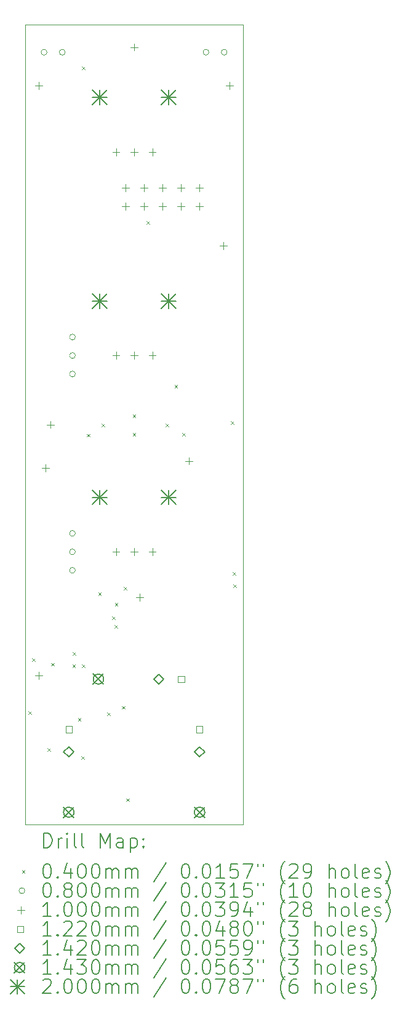
<source format=gbr>
%TF.GenerationSoftware,KiCad,Pcbnew,8.0.5*%
%TF.CreationDate,2024-11-24T11:29:43+01:00*%
%TF.ProjectId,wavefolder,77617665-666f-46c6-9465-722e6b696361,rev?*%
%TF.SameCoordinates,Original*%
%TF.FileFunction,Drillmap*%
%TF.FilePolarity,Positive*%
%FSLAX45Y45*%
G04 Gerber Fmt 4.5, Leading zero omitted, Abs format (unit mm)*
G04 Created by KiCad (PCBNEW 8.0.5) date 2024-11-24 11:29:43*
%MOMM*%
%LPD*%
G01*
G04 APERTURE LIST*
%ADD10C,0.100000*%
%ADD11C,0.200000*%
%ADD12C,0.122000*%
%ADD13C,0.142000*%
%ADD14C,0.143000*%
G04 APERTURE END LIST*
D10*
X5000000Y-5000000D02*
X8000000Y-5000000D01*
X8000000Y-16000000D01*
X5000000Y-16000000D01*
X5000000Y-5000000D01*
D11*
D10*
X5045000Y-14440000D02*
X5085000Y-14480000D01*
X5085000Y-14440000D02*
X5045000Y-14480000D01*
X5095000Y-13715796D02*
X5135000Y-13755796D01*
X5135000Y-13715796D02*
X5095000Y-13755796D01*
X5310000Y-14950000D02*
X5350000Y-14990000D01*
X5350000Y-14950000D02*
X5310000Y-14990000D01*
X5358125Y-13776875D02*
X5398125Y-13816875D01*
X5398125Y-13776875D02*
X5358125Y-13816875D01*
X5650000Y-13800000D02*
X5690000Y-13840000D01*
X5690000Y-13800000D02*
X5650000Y-13840000D01*
X5655000Y-13630000D02*
X5695000Y-13670000D01*
X5695000Y-13630000D02*
X5655000Y-13670000D01*
X5725000Y-14535000D02*
X5765000Y-14575000D01*
X5765000Y-14535000D02*
X5725000Y-14575000D01*
X5770000Y-15060000D02*
X5810000Y-15100000D01*
X5810000Y-15060000D02*
X5770000Y-15100000D01*
X5780000Y-5580000D02*
X5820000Y-5620000D01*
X5820000Y-5580000D02*
X5780000Y-5620000D01*
X5780000Y-13800000D02*
X5820000Y-13840000D01*
X5820000Y-13800000D02*
X5780000Y-13840000D01*
X5849530Y-10627914D02*
X5889530Y-10667914D01*
X5889530Y-10627914D02*
X5849530Y-10667914D01*
X6005000Y-12805000D02*
X6045000Y-12845000D01*
X6045000Y-12805000D02*
X6005000Y-12845000D01*
X6055000Y-10486000D02*
X6095000Y-10526000D01*
X6095000Y-10486000D02*
X6055000Y-10526000D01*
X6129500Y-14460000D02*
X6169500Y-14500000D01*
X6169500Y-14460000D02*
X6129500Y-14500000D01*
X6193864Y-13140570D02*
X6233864Y-13180570D01*
X6233864Y-13140570D02*
X6193864Y-13180570D01*
X6230000Y-13255000D02*
X6270000Y-13295000D01*
X6270000Y-13255000D02*
X6230000Y-13295000D01*
X6233033Y-12951967D02*
X6273033Y-12991967D01*
X6273033Y-12951967D02*
X6233033Y-12991967D01*
X6330000Y-14370000D02*
X6370000Y-14410000D01*
X6370000Y-14370000D02*
X6330000Y-14410000D01*
X6355000Y-12730000D02*
X6395000Y-12770000D01*
X6395000Y-12730000D02*
X6355000Y-12770000D01*
X6390000Y-15640000D02*
X6430000Y-15680000D01*
X6430000Y-15640000D02*
X6390000Y-15680000D01*
X6480000Y-10359000D02*
X6520000Y-10399000D01*
X6520000Y-10359000D02*
X6480000Y-10399000D01*
X6480000Y-10613000D02*
X6520000Y-10653000D01*
X6520000Y-10613000D02*
X6480000Y-10653000D01*
X6670000Y-7705000D02*
X6710000Y-7745000D01*
X6710000Y-7705000D02*
X6670000Y-7745000D01*
X6930000Y-10486000D02*
X6970000Y-10526000D01*
X6970000Y-10486000D02*
X6930000Y-10526000D01*
X7055000Y-9955000D02*
X7095000Y-9995000D01*
X7095000Y-9955000D02*
X7055000Y-9995000D01*
X7162759Y-10616503D02*
X7202759Y-10656503D01*
X7202759Y-10616503D02*
X7162759Y-10656503D01*
X7830000Y-10455000D02*
X7870000Y-10495000D01*
X7870000Y-10455000D02*
X7830000Y-10495000D01*
X7855000Y-12530000D02*
X7895000Y-12570000D01*
X7895000Y-12530000D02*
X7855000Y-12570000D01*
X7865000Y-12700000D02*
X7905000Y-12740000D01*
X7905000Y-12700000D02*
X7865000Y-12740000D01*
X5300000Y-5380000D02*
G75*
G02*
X5220000Y-5380000I-40000J0D01*
G01*
X5220000Y-5380000D02*
G75*
G02*
X5300000Y-5380000I40000J0D01*
G01*
X5550000Y-5380000D02*
G75*
G02*
X5470000Y-5380000I-40000J0D01*
G01*
X5470000Y-5380000D02*
G75*
G02*
X5550000Y-5380000I40000J0D01*
G01*
X5690000Y-9296000D02*
G75*
G02*
X5610000Y-9296000I-40000J0D01*
G01*
X5610000Y-9296000D02*
G75*
G02*
X5690000Y-9296000I40000J0D01*
G01*
X5690000Y-9550000D02*
G75*
G02*
X5610000Y-9550000I-40000J0D01*
G01*
X5610000Y-9550000D02*
G75*
G02*
X5690000Y-9550000I40000J0D01*
G01*
X5690000Y-9804000D02*
G75*
G02*
X5610000Y-9804000I-40000J0D01*
G01*
X5610000Y-9804000D02*
G75*
G02*
X5690000Y-9804000I40000J0D01*
G01*
X5690000Y-11995000D02*
G75*
G02*
X5610000Y-11995000I-40000J0D01*
G01*
X5610000Y-11995000D02*
G75*
G02*
X5690000Y-11995000I40000J0D01*
G01*
X5690000Y-12249000D02*
G75*
G02*
X5610000Y-12249000I-40000J0D01*
G01*
X5610000Y-12249000D02*
G75*
G02*
X5690000Y-12249000I40000J0D01*
G01*
X5690000Y-12503000D02*
G75*
G02*
X5610000Y-12503000I-40000J0D01*
G01*
X5610000Y-12503000D02*
G75*
G02*
X5690000Y-12503000I40000J0D01*
G01*
X7528238Y-5380000D02*
G75*
G02*
X7448238Y-5380000I-40000J0D01*
G01*
X7448238Y-5380000D02*
G75*
G02*
X7528238Y-5380000I40000J0D01*
G01*
X7778238Y-5380000D02*
G75*
G02*
X7698238Y-5380000I-40000J0D01*
G01*
X7698238Y-5380000D02*
G75*
G02*
X7778238Y-5380000I40000J0D01*
G01*
X5190000Y-5790000D02*
X5190000Y-5890000D01*
X5140000Y-5840000D02*
X5240000Y-5840000D01*
X5190000Y-13900000D02*
X5190000Y-14000000D01*
X5140000Y-13950000D02*
X5240000Y-13950000D01*
X5280000Y-11050000D02*
X5280000Y-11150000D01*
X5230000Y-11100000D02*
X5330000Y-11100000D01*
X5350000Y-10450000D02*
X5350000Y-10550000D01*
X5300000Y-10500000D02*
X5400000Y-10500000D01*
X6250000Y-6700000D02*
X6250000Y-6800000D01*
X6200000Y-6750000D02*
X6300000Y-6750000D01*
X6250000Y-9500000D02*
X6250000Y-9600000D01*
X6200000Y-9550000D02*
X6300000Y-9550000D01*
X6250000Y-12200000D02*
X6250000Y-12300000D01*
X6200000Y-12250000D02*
X6300000Y-12250000D01*
X6384000Y-7196000D02*
X6384000Y-7296000D01*
X6334000Y-7246000D02*
X6434000Y-7246000D01*
X6384000Y-7450000D02*
X6384000Y-7550000D01*
X6334000Y-7500000D02*
X6434000Y-7500000D01*
X6500000Y-5260000D02*
X6500000Y-5360000D01*
X6450000Y-5310000D02*
X6550000Y-5310000D01*
X6500000Y-6700000D02*
X6500000Y-6800000D01*
X6450000Y-6750000D02*
X6550000Y-6750000D01*
X6500000Y-9500000D02*
X6500000Y-9600000D01*
X6450000Y-9550000D02*
X6550000Y-9550000D01*
X6500000Y-12200000D02*
X6500000Y-12300000D01*
X6450000Y-12250000D02*
X6550000Y-12250000D01*
X6575000Y-12825000D02*
X6575000Y-12925000D01*
X6525000Y-12875000D02*
X6625000Y-12875000D01*
X6638000Y-7196000D02*
X6638000Y-7296000D01*
X6588000Y-7246000D02*
X6688000Y-7246000D01*
X6638000Y-7450000D02*
X6638000Y-7550000D01*
X6588000Y-7500000D02*
X6688000Y-7500000D01*
X6750000Y-6700000D02*
X6750000Y-6800000D01*
X6700000Y-6750000D02*
X6800000Y-6750000D01*
X6750000Y-9500000D02*
X6750000Y-9600000D01*
X6700000Y-9550000D02*
X6800000Y-9550000D01*
X6750000Y-12200000D02*
X6750000Y-12300000D01*
X6700000Y-12250000D02*
X6800000Y-12250000D01*
X6892000Y-7196000D02*
X6892000Y-7296000D01*
X6842000Y-7246000D02*
X6942000Y-7246000D01*
X6892000Y-7450000D02*
X6892000Y-7550000D01*
X6842000Y-7500000D02*
X6942000Y-7500000D01*
X7146000Y-7196000D02*
X7146000Y-7296000D01*
X7096000Y-7246000D02*
X7196000Y-7246000D01*
X7146000Y-7450000D02*
X7146000Y-7550000D01*
X7096000Y-7500000D02*
X7196000Y-7500000D01*
X7250000Y-10950000D02*
X7250000Y-11050000D01*
X7200000Y-11000000D02*
X7300000Y-11000000D01*
X7400000Y-7196000D02*
X7400000Y-7296000D01*
X7350000Y-7246000D02*
X7450000Y-7246000D01*
X7400000Y-7450000D02*
X7400000Y-7550000D01*
X7350000Y-7500000D02*
X7450000Y-7500000D01*
X7725000Y-7990000D02*
X7725000Y-8090000D01*
X7675000Y-8040000D02*
X7775000Y-8040000D01*
X7810000Y-5790000D02*
X7810000Y-5890000D01*
X7760000Y-5840000D02*
X7860000Y-5840000D01*
D12*
X5643134Y-14733134D02*
X5643134Y-14646866D01*
X5556866Y-14646866D01*
X5556866Y-14733134D01*
X5643134Y-14733134D01*
X7191134Y-14043134D02*
X7191134Y-13956866D01*
X7104866Y-13956866D01*
X7104866Y-14043134D01*
X7191134Y-14043134D01*
X7443134Y-14733134D02*
X7443134Y-14646866D01*
X7356866Y-14646866D01*
X7356866Y-14733134D01*
X7443134Y-14733134D01*
D13*
X5600000Y-15071000D02*
X5671000Y-15000000D01*
X5600000Y-14929000D01*
X5529000Y-15000000D01*
X5600000Y-15071000D01*
X6838000Y-14071000D02*
X6909000Y-14000000D01*
X6838000Y-13929000D01*
X6767000Y-14000000D01*
X6838000Y-14071000D01*
X7400000Y-15071000D02*
X7471000Y-15000000D01*
X7400000Y-14929000D01*
X7329000Y-15000000D01*
X7400000Y-15071000D01*
D14*
X5528500Y-15758500D02*
X5671500Y-15901500D01*
X5671500Y-15758500D02*
X5528500Y-15901500D01*
X5671500Y-15830000D02*
G75*
G02*
X5528500Y-15830000I-71500J0D01*
G01*
X5528500Y-15830000D02*
G75*
G02*
X5671500Y-15830000I71500J0D01*
G01*
X5936500Y-13928500D02*
X6079500Y-14071500D01*
X6079500Y-13928500D02*
X5936500Y-14071500D01*
X6079500Y-14000000D02*
G75*
G02*
X5936500Y-14000000I-71500J0D01*
G01*
X5936500Y-14000000D02*
G75*
G02*
X6079500Y-14000000I71500J0D01*
G01*
X7328500Y-15758500D02*
X7471500Y-15901500D01*
X7471500Y-15758500D02*
X7328500Y-15901500D01*
X7471500Y-15830000D02*
G75*
G02*
X7328500Y-15830000I-71500J0D01*
G01*
X7328500Y-15830000D02*
G75*
G02*
X7471500Y-15830000I71500J0D01*
G01*
D11*
X5925000Y-5900000D02*
X6125000Y-6100000D01*
X6125000Y-5900000D02*
X5925000Y-6100000D01*
X6025000Y-5900000D02*
X6025000Y-6100000D01*
X5925000Y-6000000D02*
X6125000Y-6000000D01*
X5925000Y-8700000D02*
X6125000Y-8900000D01*
X6125000Y-8700000D02*
X5925000Y-8900000D01*
X6025000Y-8700000D02*
X6025000Y-8900000D01*
X5925000Y-8800000D02*
X6125000Y-8800000D01*
X5925000Y-11400000D02*
X6125000Y-11600000D01*
X6125000Y-11400000D02*
X5925000Y-11600000D01*
X6025000Y-11400000D02*
X6025000Y-11600000D01*
X5925000Y-11500000D02*
X6125000Y-11500000D01*
X6875000Y-5900000D02*
X7075000Y-6100000D01*
X7075000Y-5900000D02*
X6875000Y-6100000D01*
X6975000Y-5900000D02*
X6975000Y-6100000D01*
X6875000Y-6000000D02*
X7075000Y-6000000D01*
X6875000Y-8700000D02*
X7075000Y-8900000D01*
X7075000Y-8700000D02*
X6875000Y-8900000D01*
X6975000Y-8700000D02*
X6975000Y-8900000D01*
X6875000Y-8800000D02*
X7075000Y-8800000D01*
X6875000Y-11400000D02*
X7075000Y-11600000D01*
X7075000Y-11400000D02*
X6875000Y-11600000D01*
X6975000Y-11400000D02*
X6975000Y-11600000D01*
X6875000Y-11500000D02*
X7075000Y-11500000D01*
X5255777Y-16316484D02*
X5255777Y-16116484D01*
X5255777Y-16116484D02*
X5303396Y-16116484D01*
X5303396Y-16116484D02*
X5331967Y-16126008D01*
X5331967Y-16126008D02*
X5351015Y-16145055D01*
X5351015Y-16145055D02*
X5360539Y-16164103D01*
X5360539Y-16164103D02*
X5370063Y-16202198D01*
X5370063Y-16202198D02*
X5370063Y-16230769D01*
X5370063Y-16230769D02*
X5360539Y-16268865D01*
X5360539Y-16268865D02*
X5351015Y-16287912D01*
X5351015Y-16287912D02*
X5331967Y-16306960D01*
X5331967Y-16306960D02*
X5303396Y-16316484D01*
X5303396Y-16316484D02*
X5255777Y-16316484D01*
X5455777Y-16316484D02*
X5455777Y-16183150D01*
X5455777Y-16221246D02*
X5465301Y-16202198D01*
X5465301Y-16202198D02*
X5474824Y-16192674D01*
X5474824Y-16192674D02*
X5493872Y-16183150D01*
X5493872Y-16183150D02*
X5512920Y-16183150D01*
X5579586Y-16316484D02*
X5579586Y-16183150D01*
X5579586Y-16116484D02*
X5570063Y-16126008D01*
X5570063Y-16126008D02*
X5579586Y-16135531D01*
X5579586Y-16135531D02*
X5589110Y-16126008D01*
X5589110Y-16126008D02*
X5579586Y-16116484D01*
X5579586Y-16116484D02*
X5579586Y-16135531D01*
X5703396Y-16316484D02*
X5684348Y-16306960D01*
X5684348Y-16306960D02*
X5674824Y-16287912D01*
X5674824Y-16287912D02*
X5674824Y-16116484D01*
X5808158Y-16316484D02*
X5789110Y-16306960D01*
X5789110Y-16306960D02*
X5779586Y-16287912D01*
X5779586Y-16287912D02*
X5779586Y-16116484D01*
X6036729Y-16316484D02*
X6036729Y-16116484D01*
X6036729Y-16116484D02*
X6103396Y-16259341D01*
X6103396Y-16259341D02*
X6170062Y-16116484D01*
X6170062Y-16116484D02*
X6170062Y-16316484D01*
X6351015Y-16316484D02*
X6351015Y-16211722D01*
X6351015Y-16211722D02*
X6341491Y-16192674D01*
X6341491Y-16192674D02*
X6322443Y-16183150D01*
X6322443Y-16183150D02*
X6284348Y-16183150D01*
X6284348Y-16183150D02*
X6265301Y-16192674D01*
X6351015Y-16306960D02*
X6331967Y-16316484D01*
X6331967Y-16316484D02*
X6284348Y-16316484D01*
X6284348Y-16316484D02*
X6265301Y-16306960D01*
X6265301Y-16306960D02*
X6255777Y-16287912D01*
X6255777Y-16287912D02*
X6255777Y-16268865D01*
X6255777Y-16268865D02*
X6265301Y-16249817D01*
X6265301Y-16249817D02*
X6284348Y-16240293D01*
X6284348Y-16240293D02*
X6331967Y-16240293D01*
X6331967Y-16240293D02*
X6351015Y-16230769D01*
X6446253Y-16183150D02*
X6446253Y-16383150D01*
X6446253Y-16192674D02*
X6465301Y-16183150D01*
X6465301Y-16183150D02*
X6503396Y-16183150D01*
X6503396Y-16183150D02*
X6522443Y-16192674D01*
X6522443Y-16192674D02*
X6531967Y-16202198D01*
X6531967Y-16202198D02*
X6541491Y-16221246D01*
X6541491Y-16221246D02*
X6541491Y-16278388D01*
X6541491Y-16278388D02*
X6531967Y-16297436D01*
X6531967Y-16297436D02*
X6522443Y-16306960D01*
X6522443Y-16306960D02*
X6503396Y-16316484D01*
X6503396Y-16316484D02*
X6465301Y-16316484D01*
X6465301Y-16316484D02*
X6446253Y-16306960D01*
X6627205Y-16297436D02*
X6636729Y-16306960D01*
X6636729Y-16306960D02*
X6627205Y-16316484D01*
X6627205Y-16316484D02*
X6617682Y-16306960D01*
X6617682Y-16306960D02*
X6627205Y-16297436D01*
X6627205Y-16297436D02*
X6627205Y-16316484D01*
X6627205Y-16192674D02*
X6636729Y-16202198D01*
X6636729Y-16202198D02*
X6627205Y-16211722D01*
X6627205Y-16211722D02*
X6617682Y-16202198D01*
X6617682Y-16202198D02*
X6627205Y-16192674D01*
X6627205Y-16192674D02*
X6627205Y-16211722D01*
D10*
X4955000Y-16625000D02*
X4995000Y-16665000D01*
X4995000Y-16625000D02*
X4955000Y-16665000D01*
D11*
X5293872Y-16536484D02*
X5312920Y-16536484D01*
X5312920Y-16536484D02*
X5331967Y-16546008D01*
X5331967Y-16546008D02*
X5341491Y-16555531D01*
X5341491Y-16555531D02*
X5351015Y-16574579D01*
X5351015Y-16574579D02*
X5360539Y-16612674D01*
X5360539Y-16612674D02*
X5360539Y-16660293D01*
X5360539Y-16660293D02*
X5351015Y-16698388D01*
X5351015Y-16698388D02*
X5341491Y-16717436D01*
X5341491Y-16717436D02*
X5331967Y-16726960D01*
X5331967Y-16726960D02*
X5312920Y-16736484D01*
X5312920Y-16736484D02*
X5293872Y-16736484D01*
X5293872Y-16736484D02*
X5274824Y-16726960D01*
X5274824Y-16726960D02*
X5265301Y-16717436D01*
X5265301Y-16717436D02*
X5255777Y-16698388D01*
X5255777Y-16698388D02*
X5246253Y-16660293D01*
X5246253Y-16660293D02*
X5246253Y-16612674D01*
X5246253Y-16612674D02*
X5255777Y-16574579D01*
X5255777Y-16574579D02*
X5265301Y-16555531D01*
X5265301Y-16555531D02*
X5274824Y-16546008D01*
X5274824Y-16546008D02*
X5293872Y-16536484D01*
X5446253Y-16717436D02*
X5455777Y-16726960D01*
X5455777Y-16726960D02*
X5446253Y-16736484D01*
X5446253Y-16736484D02*
X5436729Y-16726960D01*
X5436729Y-16726960D02*
X5446253Y-16717436D01*
X5446253Y-16717436D02*
X5446253Y-16736484D01*
X5627205Y-16603150D02*
X5627205Y-16736484D01*
X5579586Y-16526960D02*
X5531967Y-16669817D01*
X5531967Y-16669817D02*
X5655777Y-16669817D01*
X5770062Y-16536484D02*
X5789110Y-16536484D01*
X5789110Y-16536484D02*
X5808158Y-16546008D01*
X5808158Y-16546008D02*
X5817682Y-16555531D01*
X5817682Y-16555531D02*
X5827205Y-16574579D01*
X5827205Y-16574579D02*
X5836729Y-16612674D01*
X5836729Y-16612674D02*
X5836729Y-16660293D01*
X5836729Y-16660293D02*
X5827205Y-16698388D01*
X5827205Y-16698388D02*
X5817682Y-16717436D01*
X5817682Y-16717436D02*
X5808158Y-16726960D01*
X5808158Y-16726960D02*
X5789110Y-16736484D01*
X5789110Y-16736484D02*
X5770062Y-16736484D01*
X5770062Y-16736484D02*
X5751015Y-16726960D01*
X5751015Y-16726960D02*
X5741491Y-16717436D01*
X5741491Y-16717436D02*
X5731967Y-16698388D01*
X5731967Y-16698388D02*
X5722443Y-16660293D01*
X5722443Y-16660293D02*
X5722443Y-16612674D01*
X5722443Y-16612674D02*
X5731967Y-16574579D01*
X5731967Y-16574579D02*
X5741491Y-16555531D01*
X5741491Y-16555531D02*
X5751015Y-16546008D01*
X5751015Y-16546008D02*
X5770062Y-16536484D01*
X5960539Y-16536484D02*
X5979586Y-16536484D01*
X5979586Y-16536484D02*
X5998634Y-16546008D01*
X5998634Y-16546008D02*
X6008158Y-16555531D01*
X6008158Y-16555531D02*
X6017682Y-16574579D01*
X6017682Y-16574579D02*
X6027205Y-16612674D01*
X6027205Y-16612674D02*
X6027205Y-16660293D01*
X6027205Y-16660293D02*
X6017682Y-16698388D01*
X6017682Y-16698388D02*
X6008158Y-16717436D01*
X6008158Y-16717436D02*
X5998634Y-16726960D01*
X5998634Y-16726960D02*
X5979586Y-16736484D01*
X5979586Y-16736484D02*
X5960539Y-16736484D01*
X5960539Y-16736484D02*
X5941491Y-16726960D01*
X5941491Y-16726960D02*
X5931967Y-16717436D01*
X5931967Y-16717436D02*
X5922443Y-16698388D01*
X5922443Y-16698388D02*
X5912920Y-16660293D01*
X5912920Y-16660293D02*
X5912920Y-16612674D01*
X5912920Y-16612674D02*
X5922443Y-16574579D01*
X5922443Y-16574579D02*
X5931967Y-16555531D01*
X5931967Y-16555531D02*
X5941491Y-16546008D01*
X5941491Y-16546008D02*
X5960539Y-16536484D01*
X6112920Y-16736484D02*
X6112920Y-16603150D01*
X6112920Y-16622198D02*
X6122443Y-16612674D01*
X6122443Y-16612674D02*
X6141491Y-16603150D01*
X6141491Y-16603150D02*
X6170063Y-16603150D01*
X6170063Y-16603150D02*
X6189110Y-16612674D01*
X6189110Y-16612674D02*
X6198634Y-16631722D01*
X6198634Y-16631722D02*
X6198634Y-16736484D01*
X6198634Y-16631722D02*
X6208158Y-16612674D01*
X6208158Y-16612674D02*
X6227205Y-16603150D01*
X6227205Y-16603150D02*
X6255777Y-16603150D01*
X6255777Y-16603150D02*
X6274824Y-16612674D01*
X6274824Y-16612674D02*
X6284348Y-16631722D01*
X6284348Y-16631722D02*
X6284348Y-16736484D01*
X6379586Y-16736484D02*
X6379586Y-16603150D01*
X6379586Y-16622198D02*
X6389110Y-16612674D01*
X6389110Y-16612674D02*
X6408158Y-16603150D01*
X6408158Y-16603150D02*
X6436729Y-16603150D01*
X6436729Y-16603150D02*
X6455777Y-16612674D01*
X6455777Y-16612674D02*
X6465301Y-16631722D01*
X6465301Y-16631722D02*
X6465301Y-16736484D01*
X6465301Y-16631722D02*
X6474824Y-16612674D01*
X6474824Y-16612674D02*
X6493872Y-16603150D01*
X6493872Y-16603150D02*
X6522443Y-16603150D01*
X6522443Y-16603150D02*
X6541491Y-16612674D01*
X6541491Y-16612674D02*
X6551015Y-16631722D01*
X6551015Y-16631722D02*
X6551015Y-16736484D01*
X6941491Y-16526960D02*
X6770063Y-16784103D01*
X7198634Y-16536484D02*
X7217682Y-16536484D01*
X7217682Y-16536484D02*
X7236729Y-16546008D01*
X7236729Y-16546008D02*
X7246253Y-16555531D01*
X7246253Y-16555531D02*
X7255777Y-16574579D01*
X7255777Y-16574579D02*
X7265301Y-16612674D01*
X7265301Y-16612674D02*
X7265301Y-16660293D01*
X7265301Y-16660293D02*
X7255777Y-16698388D01*
X7255777Y-16698388D02*
X7246253Y-16717436D01*
X7246253Y-16717436D02*
X7236729Y-16726960D01*
X7236729Y-16726960D02*
X7217682Y-16736484D01*
X7217682Y-16736484D02*
X7198634Y-16736484D01*
X7198634Y-16736484D02*
X7179586Y-16726960D01*
X7179586Y-16726960D02*
X7170063Y-16717436D01*
X7170063Y-16717436D02*
X7160539Y-16698388D01*
X7160539Y-16698388D02*
X7151015Y-16660293D01*
X7151015Y-16660293D02*
X7151015Y-16612674D01*
X7151015Y-16612674D02*
X7160539Y-16574579D01*
X7160539Y-16574579D02*
X7170063Y-16555531D01*
X7170063Y-16555531D02*
X7179586Y-16546008D01*
X7179586Y-16546008D02*
X7198634Y-16536484D01*
X7351015Y-16717436D02*
X7360539Y-16726960D01*
X7360539Y-16726960D02*
X7351015Y-16736484D01*
X7351015Y-16736484D02*
X7341491Y-16726960D01*
X7341491Y-16726960D02*
X7351015Y-16717436D01*
X7351015Y-16717436D02*
X7351015Y-16736484D01*
X7484348Y-16536484D02*
X7503396Y-16536484D01*
X7503396Y-16536484D02*
X7522444Y-16546008D01*
X7522444Y-16546008D02*
X7531967Y-16555531D01*
X7531967Y-16555531D02*
X7541491Y-16574579D01*
X7541491Y-16574579D02*
X7551015Y-16612674D01*
X7551015Y-16612674D02*
X7551015Y-16660293D01*
X7551015Y-16660293D02*
X7541491Y-16698388D01*
X7541491Y-16698388D02*
X7531967Y-16717436D01*
X7531967Y-16717436D02*
X7522444Y-16726960D01*
X7522444Y-16726960D02*
X7503396Y-16736484D01*
X7503396Y-16736484D02*
X7484348Y-16736484D01*
X7484348Y-16736484D02*
X7465301Y-16726960D01*
X7465301Y-16726960D02*
X7455777Y-16717436D01*
X7455777Y-16717436D02*
X7446253Y-16698388D01*
X7446253Y-16698388D02*
X7436729Y-16660293D01*
X7436729Y-16660293D02*
X7436729Y-16612674D01*
X7436729Y-16612674D02*
X7446253Y-16574579D01*
X7446253Y-16574579D02*
X7455777Y-16555531D01*
X7455777Y-16555531D02*
X7465301Y-16546008D01*
X7465301Y-16546008D02*
X7484348Y-16536484D01*
X7741491Y-16736484D02*
X7627206Y-16736484D01*
X7684348Y-16736484D02*
X7684348Y-16536484D01*
X7684348Y-16536484D02*
X7665301Y-16565055D01*
X7665301Y-16565055D02*
X7646253Y-16584103D01*
X7646253Y-16584103D02*
X7627206Y-16593627D01*
X7922444Y-16536484D02*
X7827206Y-16536484D01*
X7827206Y-16536484D02*
X7817682Y-16631722D01*
X7817682Y-16631722D02*
X7827206Y-16622198D01*
X7827206Y-16622198D02*
X7846253Y-16612674D01*
X7846253Y-16612674D02*
X7893872Y-16612674D01*
X7893872Y-16612674D02*
X7912920Y-16622198D01*
X7912920Y-16622198D02*
X7922444Y-16631722D01*
X7922444Y-16631722D02*
X7931967Y-16650769D01*
X7931967Y-16650769D02*
X7931967Y-16698388D01*
X7931967Y-16698388D02*
X7922444Y-16717436D01*
X7922444Y-16717436D02*
X7912920Y-16726960D01*
X7912920Y-16726960D02*
X7893872Y-16736484D01*
X7893872Y-16736484D02*
X7846253Y-16736484D01*
X7846253Y-16736484D02*
X7827206Y-16726960D01*
X7827206Y-16726960D02*
X7817682Y-16717436D01*
X7998634Y-16536484D02*
X8131967Y-16536484D01*
X8131967Y-16536484D02*
X8046253Y-16736484D01*
X8198634Y-16536484D02*
X8198634Y-16574579D01*
X8274825Y-16536484D02*
X8274825Y-16574579D01*
X8570063Y-16812674D02*
X8560539Y-16803150D01*
X8560539Y-16803150D02*
X8541491Y-16774579D01*
X8541491Y-16774579D02*
X8531968Y-16755531D01*
X8531968Y-16755531D02*
X8522444Y-16726960D01*
X8522444Y-16726960D02*
X8512920Y-16679341D01*
X8512920Y-16679341D02*
X8512920Y-16641246D01*
X8512920Y-16641246D02*
X8522444Y-16593627D01*
X8522444Y-16593627D02*
X8531968Y-16565055D01*
X8531968Y-16565055D02*
X8541491Y-16546008D01*
X8541491Y-16546008D02*
X8560539Y-16517436D01*
X8560539Y-16517436D02*
X8570063Y-16507912D01*
X8636730Y-16555531D02*
X8646253Y-16546008D01*
X8646253Y-16546008D02*
X8665301Y-16536484D01*
X8665301Y-16536484D02*
X8712920Y-16536484D01*
X8712920Y-16536484D02*
X8731968Y-16546008D01*
X8731968Y-16546008D02*
X8741491Y-16555531D01*
X8741491Y-16555531D02*
X8751015Y-16574579D01*
X8751015Y-16574579D02*
X8751015Y-16593627D01*
X8751015Y-16593627D02*
X8741491Y-16622198D01*
X8741491Y-16622198D02*
X8627206Y-16736484D01*
X8627206Y-16736484D02*
X8751015Y-16736484D01*
X8846253Y-16736484D02*
X8884349Y-16736484D01*
X8884349Y-16736484D02*
X8903396Y-16726960D01*
X8903396Y-16726960D02*
X8912920Y-16717436D01*
X8912920Y-16717436D02*
X8931968Y-16688865D01*
X8931968Y-16688865D02*
X8941491Y-16650769D01*
X8941491Y-16650769D02*
X8941491Y-16574579D01*
X8941491Y-16574579D02*
X8931968Y-16555531D01*
X8931968Y-16555531D02*
X8922444Y-16546008D01*
X8922444Y-16546008D02*
X8903396Y-16536484D01*
X8903396Y-16536484D02*
X8865301Y-16536484D01*
X8865301Y-16536484D02*
X8846253Y-16546008D01*
X8846253Y-16546008D02*
X8836730Y-16555531D01*
X8836730Y-16555531D02*
X8827206Y-16574579D01*
X8827206Y-16574579D02*
X8827206Y-16622198D01*
X8827206Y-16622198D02*
X8836730Y-16641246D01*
X8836730Y-16641246D02*
X8846253Y-16650769D01*
X8846253Y-16650769D02*
X8865301Y-16660293D01*
X8865301Y-16660293D02*
X8903396Y-16660293D01*
X8903396Y-16660293D02*
X8922444Y-16650769D01*
X8922444Y-16650769D02*
X8931968Y-16641246D01*
X8931968Y-16641246D02*
X8941491Y-16622198D01*
X9179587Y-16736484D02*
X9179587Y-16536484D01*
X9265301Y-16736484D02*
X9265301Y-16631722D01*
X9265301Y-16631722D02*
X9255777Y-16612674D01*
X9255777Y-16612674D02*
X9236730Y-16603150D01*
X9236730Y-16603150D02*
X9208158Y-16603150D01*
X9208158Y-16603150D02*
X9189111Y-16612674D01*
X9189111Y-16612674D02*
X9179587Y-16622198D01*
X9389111Y-16736484D02*
X9370063Y-16726960D01*
X9370063Y-16726960D02*
X9360539Y-16717436D01*
X9360539Y-16717436D02*
X9351015Y-16698388D01*
X9351015Y-16698388D02*
X9351015Y-16641246D01*
X9351015Y-16641246D02*
X9360539Y-16622198D01*
X9360539Y-16622198D02*
X9370063Y-16612674D01*
X9370063Y-16612674D02*
X9389111Y-16603150D01*
X9389111Y-16603150D02*
X9417682Y-16603150D01*
X9417682Y-16603150D02*
X9436730Y-16612674D01*
X9436730Y-16612674D02*
X9446253Y-16622198D01*
X9446253Y-16622198D02*
X9455777Y-16641246D01*
X9455777Y-16641246D02*
X9455777Y-16698388D01*
X9455777Y-16698388D02*
X9446253Y-16717436D01*
X9446253Y-16717436D02*
X9436730Y-16726960D01*
X9436730Y-16726960D02*
X9417682Y-16736484D01*
X9417682Y-16736484D02*
X9389111Y-16736484D01*
X9570063Y-16736484D02*
X9551015Y-16726960D01*
X9551015Y-16726960D02*
X9541492Y-16707912D01*
X9541492Y-16707912D02*
X9541492Y-16536484D01*
X9722444Y-16726960D02*
X9703396Y-16736484D01*
X9703396Y-16736484D02*
X9665301Y-16736484D01*
X9665301Y-16736484D02*
X9646253Y-16726960D01*
X9646253Y-16726960D02*
X9636730Y-16707912D01*
X9636730Y-16707912D02*
X9636730Y-16631722D01*
X9636730Y-16631722D02*
X9646253Y-16612674D01*
X9646253Y-16612674D02*
X9665301Y-16603150D01*
X9665301Y-16603150D02*
X9703396Y-16603150D01*
X9703396Y-16603150D02*
X9722444Y-16612674D01*
X9722444Y-16612674D02*
X9731968Y-16631722D01*
X9731968Y-16631722D02*
X9731968Y-16650769D01*
X9731968Y-16650769D02*
X9636730Y-16669817D01*
X9808158Y-16726960D02*
X9827206Y-16736484D01*
X9827206Y-16736484D02*
X9865301Y-16736484D01*
X9865301Y-16736484D02*
X9884349Y-16726960D01*
X9884349Y-16726960D02*
X9893873Y-16707912D01*
X9893873Y-16707912D02*
X9893873Y-16698388D01*
X9893873Y-16698388D02*
X9884349Y-16679341D01*
X9884349Y-16679341D02*
X9865301Y-16669817D01*
X9865301Y-16669817D02*
X9836730Y-16669817D01*
X9836730Y-16669817D02*
X9817682Y-16660293D01*
X9817682Y-16660293D02*
X9808158Y-16641246D01*
X9808158Y-16641246D02*
X9808158Y-16631722D01*
X9808158Y-16631722D02*
X9817682Y-16612674D01*
X9817682Y-16612674D02*
X9836730Y-16603150D01*
X9836730Y-16603150D02*
X9865301Y-16603150D01*
X9865301Y-16603150D02*
X9884349Y-16612674D01*
X9960539Y-16812674D02*
X9970063Y-16803150D01*
X9970063Y-16803150D02*
X9989111Y-16774579D01*
X9989111Y-16774579D02*
X9998634Y-16755531D01*
X9998634Y-16755531D02*
X10008158Y-16726960D01*
X10008158Y-16726960D02*
X10017682Y-16679341D01*
X10017682Y-16679341D02*
X10017682Y-16641246D01*
X10017682Y-16641246D02*
X10008158Y-16593627D01*
X10008158Y-16593627D02*
X9998634Y-16565055D01*
X9998634Y-16565055D02*
X9989111Y-16546008D01*
X9989111Y-16546008D02*
X9970063Y-16517436D01*
X9970063Y-16517436D02*
X9960539Y-16507912D01*
D10*
X4995000Y-16909000D02*
G75*
G02*
X4915000Y-16909000I-40000J0D01*
G01*
X4915000Y-16909000D02*
G75*
G02*
X4995000Y-16909000I40000J0D01*
G01*
D11*
X5293872Y-16800484D02*
X5312920Y-16800484D01*
X5312920Y-16800484D02*
X5331967Y-16810008D01*
X5331967Y-16810008D02*
X5341491Y-16819531D01*
X5341491Y-16819531D02*
X5351015Y-16838579D01*
X5351015Y-16838579D02*
X5360539Y-16876674D01*
X5360539Y-16876674D02*
X5360539Y-16924293D01*
X5360539Y-16924293D02*
X5351015Y-16962389D01*
X5351015Y-16962389D02*
X5341491Y-16981436D01*
X5341491Y-16981436D02*
X5331967Y-16990960D01*
X5331967Y-16990960D02*
X5312920Y-17000484D01*
X5312920Y-17000484D02*
X5293872Y-17000484D01*
X5293872Y-17000484D02*
X5274824Y-16990960D01*
X5274824Y-16990960D02*
X5265301Y-16981436D01*
X5265301Y-16981436D02*
X5255777Y-16962389D01*
X5255777Y-16962389D02*
X5246253Y-16924293D01*
X5246253Y-16924293D02*
X5246253Y-16876674D01*
X5246253Y-16876674D02*
X5255777Y-16838579D01*
X5255777Y-16838579D02*
X5265301Y-16819531D01*
X5265301Y-16819531D02*
X5274824Y-16810008D01*
X5274824Y-16810008D02*
X5293872Y-16800484D01*
X5446253Y-16981436D02*
X5455777Y-16990960D01*
X5455777Y-16990960D02*
X5446253Y-17000484D01*
X5446253Y-17000484D02*
X5436729Y-16990960D01*
X5436729Y-16990960D02*
X5446253Y-16981436D01*
X5446253Y-16981436D02*
X5446253Y-17000484D01*
X5570063Y-16886198D02*
X5551015Y-16876674D01*
X5551015Y-16876674D02*
X5541491Y-16867150D01*
X5541491Y-16867150D02*
X5531967Y-16848103D01*
X5531967Y-16848103D02*
X5531967Y-16838579D01*
X5531967Y-16838579D02*
X5541491Y-16819531D01*
X5541491Y-16819531D02*
X5551015Y-16810008D01*
X5551015Y-16810008D02*
X5570063Y-16800484D01*
X5570063Y-16800484D02*
X5608158Y-16800484D01*
X5608158Y-16800484D02*
X5627205Y-16810008D01*
X5627205Y-16810008D02*
X5636729Y-16819531D01*
X5636729Y-16819531D02*
X5646253Y-16838579D01*
X5646253Y-16838579D02*
X5646253Y-16848103D01*
X5646253Y-16848103D02*
X5636729Y-16867150D01*
X5636729Y-16867150D02*
X5627205Y-16876674D01*
X5627205Y-16876674D02*
X5608158Y-16886198D01*
X5608158Y-16886198D02*
X5570063Y-16886198D01*
X5570063Y-16886198D02*
X5551015Y-16895722D01*
X5551015Y-16895722D02*
X5541491Y-16905246D01*
X5541491Y-16905246D02*
X5531967Y-16924293D01*
X5531967Y-16924293D02*
X5531967Y-16962389D01*
X5531967Y-16962389D02*
X5541491Y-16981436D01*
X5541491Y-16981436D02*
X5551015Y-16990960D01*
X5551015Y-16990960D02*
X5570063Y-17000484D01*
X5570063Y-17000484D02*
X5608158Y-17000484D01*
X5608158Y-17000484D02*
X5627205Y-16990960D01*
X5627205Y-16990960D02*
X5636729Y-16981436D01*
X5636729Y-16981436D02*
X5646253Y-16962389D01*
X5646253Y-16962389D02*
X5646253Y-16924293D01*
X5646253Y-16924293D02*
X5636729Y-16905246D01*
X5636729Y-16905246D02*
X5627205Y-16895722D01*
X5627205Y-16895722D02*
X5608158Y-16886198D01*
X5770062Y-16800484D02*
X5789110Y-16800484D01*
X5789110Y-16800484D02*
X5808158Y-16810008D01*
X5808158Y-16810008D02*
X5817682Y-16819531D01*
X5817682Y-16819531D02*
X5827205Y-16838579D01*
X5827205Y-16838579D02*
X5836729Y-16876674D01*
X5836729Y-16876674D02*
X5836729Y-16924293D01*
X5836729Y-16924293D02*
X5827205Y-16962389D01*
X5827205Y-16962389D02*
X5817682Y-16981436D01*
X5817682Y-16981436D02*
X5808158Y-16990960D01*
X5808158Y-16990960D02*
X5789110Y-17000484D01*
X5789110Y-17000484D02*
X5770062Y-17000484D01*
X5770062Y-17000484D02*
X5751015Y-16990960D01*
X5751015Y-16990960D02*
X5741491Y-16981436D01*
X5741491Y-16981436D02*
X5731967Y-16962389D01*
X5731967Y-16962389D02*
X5722443Y-16924293D01*
X5722443Y-16924293D02*
X5722443Y-16876674D01*
X5722443Y-16876674D02*
X5731967Y-16838579D01*
X5731967Y-16838579D02*
X5741491Y-16819531D01*
X5741491Y-16819531D02*
X5751015Y-16810008D01*
X5751015Y-16810008D02*
X5770062Y-16800484D01*
X5960539Y-16800484D02*
X5979586Y-16800484D01*
X5979586Y-16800484D02*
X5998634Y-16810008D01*
X5998634Y-16810008D02*
X6008158Y-16819531D01*
X6008158Y-16819531D02*
X6017682Y-16838579D01*
X6017682Y-16838579D02*
X6027205Y-16876674D01*
X6027205Y-16876674D02*
X6027205Y-16924293D01*
X6027205Y-16924293D02*
X6017682Y-16962389D01*
X6017682Y-16962389D02*
X6008158Y-16981436D01*
X6008158Y-16981436D02*
X5998634Y-16990960D01*
X5998634Y-16990960D02*
X5979586Y-17000484D01*
X5979586Y-17000484D02*
X5960539Y-17000484D01*
X5960539Y-17000484D02*
X5941491Y-16990960D01*
X5941491Y-16990960D02*
X5931967Y-16981436D01*
X5931967Y-16981436D02*
X5922443Y-16962389D01*
X5922443Y-16962389D02*
X5912920Y-16924293D01*
X5912920Y-16924293D02*
X5912920Y-16876674D01*
X5912920Y-16876674D02*
X5922443Y-16838579D01*
X5922443Y-16838579D02*
X5931967Y-16819531D01*
X5931967Y-16819531D02*
X5941491Y-16810008D01*
X5941491Y-16810008D02*
X5960539Y-16800484D01*
X6112920Y-17000484D02*
X6112920Y-16867150D01*
X6112920Y-16886198D02*
X6122443Y-16876674D01*
X6122443Y-16876674D02*
X6141491Y-16867150D01*
X6141491Y-16867150D02*
X6170063Y-16867150D01*
X6170063Y-16867150D02*
X6189110Y-16876674D01*
X6189110Y-16876674D02*
X6198634Y-16895722D01*
X6198634Y-16895722D02*
X6198634Y-17000484D01*
X6198634Y-16895722D02*
X6208158Y-16876674D01*
X6208158Y-16876674D02*
X6227205Y-16867150D01*
X6227205Y-16867150D02*
X6255777Y-16867150D01*
X6255777Y-16867150D02*
X6274824Y-16876674D01*
X6274824Y-16876674D02*
X6284348Y-16895722D01*
X6284348Y-16895722D02*
X6284348Y-17000484D01*
X6379586Y-17000484D02*
X6379586Y-16867150D01*
X6379586Y-16886198D02*
X6389110Y-16876674D01*
X6389110Y-16876674D02*
X6408158Y-16867150D01*
X6408158Y-16867150D02*
X6436729Y-16867150D01*
X6436729Y-16867150D02*
X6455777Y-16876674D01*
X6455777Y-16876674D02*
X6465301Y-16895722D01*
X6465301Y-16895722D02*
X6465301Y-17000484D01*
X6465301Y-16895722D02*
X6474824Y-16876674D01*
X6474824Y-16876674D02*
X6493872Y-16867150D01*
X6493872Y-16867150D02*
X6522443Y-16867150D01*
X6522443Y-16867150D02*
X6541491Y-16876674D01*
X6541491Y-16876674D02*
X6551015Y-16895722D01*
X6551015Y-16895722D02*
X6551015Y-17000484D01*
X6941491Y-16790960D02*
X6770063Y-17048103D01*
X7198634Y-16800484D02*
X7217682Y-16800484D01*
X7217682Y-16800484D02*
X7236729Y-16810008D01*
X7236729Y-16810008D02*
X7246253Y-16819531D01*
X7246253Y-16819531D02*
X7255777Y-16838579D01*
X7255777Y-16838579D02*
X7265301Y-16876674D01*
X7265301Y-16876674D02*
X7265301Y-16924293D01*
X7265301Y-16924293D02*
X7255777Y-16962389D01*
X7255777Y-16962389D02*
X7246253Y-16981436D01*
X7246253Y-16981436D02*
X7236729Y-16990960D01*
X7236729Y-16990960D02*
X7217682Y-17000484D01*
X7217682Y-17000484D02*
X7198634Y-17000484D01*
X7198634Y-17000484D02*
X7179586Y-16990960D01*
X7179586Y-16990960D02*
X7170063Y-16981436D01*
X7170063Y-16981436D02*
X7160539Y-16962389D01*
X7160539Y-16962389D02*
X7151015Y-16924293D01*
X7151015Y-16924293D02*
X7151015Y-16876674D01*
X7151015Y-16876674D02*
X7160539Y-16838579D01*
X7160539Y-16838579D02*
X7170063Y-16819531D01*
X7170063Y-16819531D02*
X7179586Y-16810008D01*
X7179586Y-16810008D02*
X7198634Y-16800484D01*
X7351015Y-16981436D02*
X7360539Y-16990960D01*
X7360539Y-16990960D02*
X7351015Y-17000484D01*
X7351015Y-17000484D02*
X7341491Y-16990960D01*
X7341491Y-16990960D02*
X7351015Y-16981436D01*
X7351015Y-16981436D02*
X7351015Y-17000484D01*
X7484348Y-16800484D02*
X7503396Y-16800484D01*
X7503396Y-16800484D02*
X7522444Y-16810008D01*
X7522444Y-16810008D02*
X7531967Y-16819531D01*
X7531967Y-16819531D02*
X7541491Y-16838579D01*
X7541491Y-16838579D02*
X7551015Y-16876674D01*
X7551015Y-16876674D02*
X7551015Y-16924293D01*
X7551015Y-16924293D02*
X7541491Y-16962389D01*
X7541491Y-16962389D02*
X7531967Y-16981436D01*
X7531967Y-16981436D02*
X7522444Y-16990960D01*
X7522444Y-16990960D02*
X7503396Y-17000484D01*
X7503396Y-17000484D02*
X7484348Y-17000484D01*
X7484348Y-17000484D02*
X7465301Y-16990960D01*
X7465301Y-16990960D02*
X7455777Y-16981436D01*
X7455777Y-16981436D02*
X7446253Y-16962389D01*
X7446253Y-16962389D02*
X7436729Y-16924293D01*
X7436729Y-16924293D02*
X7436729Y-16876674D01*
X7436729Y-16876674D02*
X7446253Y-16838579D01*
X7446253Y-16838579D02*
X7455777Y-16819531D01*
X7455777Y-16819531D02*
X7465301Y-16810008D01*
X7465301Y-16810008D02*
X7484348Y-16800484D01*
X7617682Y-16800484D02*
X7741491Y-16800484D01*
X7741491Y-16800484D02*
X7674825Y-16876674D01*
X7674825Y-16876674D02*
X7703396Y-16876674D01*
X7703396Y-16876674D02*
X7722444Y-16886198D01*
X7722444Y-16886198D02*
X7731967Y-16895722D01*
X7731967Y-16895722D02*
X7741491Y-16914770D01*
X7741491Y-16914770D02*
X7741491Y-16962389D01*
X7741491Y-16962389D02*
X7731967Y-16981436D01*
X7731967Y-16981436D02*
X7722444Y-16990960D01*
X7722444Y-16990960D02*
X7703396Y-17000484D01*
X7703396Y-17000484D02*
X7646253Y-17000484D01*
X7646253Y-17000484D02*
X7627206Y-16990960D01*
X7627206Y-16990960D02*
X7617682Y-16981436D01*
X7931967Y-17000484D02*
X7817682Y-17000484D01*
X7874825Y-17000484D02*
X7874825Y-16800484D01*
X7874825Y-16800484D02*
X7855777Y-16829055D01*
X7855777Y-16829055D02*
X7836729Y-16848103D01*
X7836729Y-16848103D02*
X7817682Y-16857627D01*
X8112920Y-16800484D02*
X8017682Y-16800484D01*
X8017682Y-16800484D02*
X8008158Y-16895722D01*
X8008158Y-16895722D02*
X8017682Y-16886198D01*
X8017682Y-16886198D02*
X8036729Y-16876674D01*
X8036729Y-16876674D02*
X8084348Y-16876674D01*
X8084348Y-16876674D02*
X8103396Y-16886198D01*
X8103396Y-16886198D02*
X8112920Y-16895722D01*
X8112920Y-16895722D02*
X8122444Y-16914770D01*
X8122444Y-16914770D02*
X8122444Y-16962389D01*
X8122444Y-16962389D02*
X8112920Y-16981436D01*
X8112920Y-16981436D02*
X8103396Y-16990960D01*
X8103396Y-16990960D02*
X8084348Y-17000484D01*
X8084348Y-17000484D02*
X8036729Y-17000484D01*
X8036729Y-17000484D02*
X8017682Y-16990960D01*
X8017682Y-16990960D02*
X8008158Y-16981436D01*
X8198634Y-16800484D02*
X8198634Y-16838579D01*
X8274825Y-16800484D02*
X8274825Y-16838579D01*
X8570063Y-17076674D02*
X8560539Y-17067150D01*
X8560539Y-17067150D02*
X8541491Y-17038579D01*
X8541491Y-17038579D02*
X8531968Y-17019531D01*
X8531968Y-17019531D02*
X8522444Y-16990960D01*
X8522444Y-16990960D02*
X8512920Y-16943341D01*
X8512920Y-16943341D02*
X8512920Y-16905246D01*
X8512920Y-16905246D02*
X8522444Y-16857627D01*
X8522444Y-16857627D02*
X8531968Y-16829055D01*
X8531968Y-16829055D02*
X8541491Y-16810008D01*
X8541491Y-16810008D02*
X8560539Y-16781436D01*
X8560539Y-16781436D02*
X8570063Y-16771912D01*
X8751015Y-17000484D02*
X8636730Y-17000484D01*
X8693872Y-17000484D02*
X8693872Y-16800484D01*
X8693872Y-16800484D02*
X8674825Y-16829055D01*
X8674825Y-16829055D02*
X8655777Y-16848103D01*
X8655777Y-16848103D02*
X8636730Y-16857627D01*
X8874825Y-16800484D02*
X8893872Y-16800484D01*
X8893872Y-16800484D02*
X8912920Y-16810008D01*
X8912920Y-16810008D02*
X8922444Y-16819531D01*
X8922444Y-16819531D02*
X8931968Y-16838579D01*
X8931968Y-16838579D02*
X8941491Y-16876674D01*
X8941491Y-16876674D02*
X8941491Y-16924293D01*
X8941491Y-16924293D02*
X8931968Y-16962389D01*
X8931968Y-16962389D02*
X8922444Y-16981436D01*
X8922444Y-16981436D02*
X8912920Y-16990960D01*
X8912920Y-16990960D02*
X8893872Y-17000484D01*
X8893872Y-17000484D02*
X8874825Y-17000484D01*
X8874825Y-17000484D02*
X8855777Y-16990960D01*
X8855777Y-16990960D02*
X8846253Y-16981436D01*
X8846253Y-16981436D02*
X8836730Y-16962389D01*
X8836730Y-16962389D02*
X8827206Y-16924293D01*
X8827206Y-16924293D02*
X8827206Y-16876674D01*
X8827206Y-16876674D02*
X8836730Y-16838579D01*
X8836730Y-16838579D02*
X8846253Y-16819531D01*
X8846253Y-16819531D02*
X8855777Y-16810008D01*
X8855777Y-16810008D02*
X8874825Y-16800484D01*
X9179587Y-17000484D02*
X9179587Y-16800484D01*
X9265301Y-17000484D02*
X9265301Y-16895722D01*
X9265301Y-16895722D02*
X9255777Y-16876674D01*
X9255777Y-16876674D02*
X9236730Y-16867150D01*
X9236730Y-16867150D02*
X9208158Y-16867150D01*
X9208158Y-16867150D02*
X9189111Y-16876674D01*
X9189111Y-16876674D02*
X9179587Y-16886198D01*
X9389111Y-17000484D02*
X9370063Y-16990960D01*
X9370063Y-16990960D02*
X9360539Y-16981436D01*
X9360539Y-16981436D02*
X9351015Y-16962389D01*
X9351015Y-16962389D02*
X9351015Y-16905246D01*
X9351015Y-16905246D02*
X9360539Y-16886198D01*
X9360539Y-16886198D02*
X9370063Y-16876674D01*
X9370063Y-16876674D02*
X9389111Y-16867150D01*
X9389111Y-16867150D02*
X9417682Y-16867150D01*
X9417682Y-16867150D02*
X9436730Y-16876674D01*
X9436730Y-16876674D02*
X9446253Y-16886198D01*
X9446253Y-16886198D02*
X9455777Y-16905246D01*
X9455777Y-16905246D02*
X9455777Y-16962389D01*
X9455777Y-16962389D02*
X9446253Y-16981436D01*
X9446253Y-16981436D02*
X9436730Y-16990960D01*
X9436730Y-16990960D02*
X9417682Y-17000484D01*
X9417682Y-17000484D02*
X9389111Y-17000484D01*
X9570063Y-17000484D02*
X9551015Y-16990960D01*
X9551015Y-16990960D02*
X9541492Y-16971912D01*
X9541492Y-16971912D02*
X9541492Y-16800484D01*
X9722444Y-16990960D02*
X9703396Y-17000484D01*
X9703396Y-17000484D02*
X9665301Y-17000484D01*
X9665301Y-17000484D02*
X9646253Y-16990960D01*
X9646253Y-16990960D02*
X9636730Y-16971912D01*
X9636730Y-16971912D02*
X9636730Y-16895722D01*
X9636730Y-16895722D02*
X9646253Y-16876674D01*
X9646253Y-16876674D02*
X9665301Y-16867150D01*
X9665301Y-16867150D02*
X9703396Y-16867150D01*
X9703396Y-16867150D02*
X9722444Y-16876674D01*
X9722444Y-16876674D02*
X9731968Y-16895722D01*
X9731968Y-16895722D02*
X9731968Y-16914770D01*
X9731968Y-16914770D02*
X9636730Y-16933817D01*
X9808158Y-16990960D02*
X9827206Y-17000484D01*
X9827206Y-17000484D02*
X9865301Y-17000484D01*
X9865301Y-17000484D02*
X9884349Y-16990960D01*
X9884349Y-16990960D02*
X9893873Y-16971912D01*
X9893873Y-16971912D02*
X9893873Y-16962389D01*
X9893873Y-16962389D02*
X9884349Y-16943341D01*
X9884349Y-16943341D02*
X9865301Y-16933817D01*
X9865301Y-16933817D02*
X9836730Y-16933817D01*
X9836730Y-16933817D02*
X9817682Y-16924293D01*
X9817682Y-16924293D02*
X9808158Y-16905246D01*
X9808158Y-16905246D02*
X9808158Y-16895722D01*
X9808158Y-16895722D02*
X9817682Y-16876674D01*
X9817682Y-16876674D02*
X9836730Y-16867150D01*
X9836730Y-16867150D02*
X9865301Y-16867150D01*
X9865301Y-16867150D02*
X9884349Y-16876674D01*
X9960539Y-17076674D02*
X9970063Y-17067150D01*
X9970063Y-17067150D02*
X9989111Y-17038579D01*
X9989111Y-17038579D02*
X9998634Y-17019531D01*
X9998634Y-17019531D02*
X10008158Y-16990960D01*
X10008158Y-16990960D02*
X10017682Y-16943341D01*
X10017682Y-16943341D02*
X10017682Y-16905246D01*
X10017682Y-16905246D02*
X10008158Y-16857627D01*
X10008158Y-16857627D02*
X9998634Y-16829055D01*
X9998634Y-16829055D02*
X9989111Y-16810008D01*
X9989111Y-16810008D02*
X9970063Y-16781436D01*
X9970063Y-16781436D02*
X9960539Y-16771912D01*
D10*
X4945000Y-17123000D02*
X4945000Y-17223000D01*
X4895000Y-17173000D02*
X4995000Y-17173000D01*
D11*
X5360539Y-17264484D02*
X5246253Y-17264484D01*
X5303396Y-17264484D02*
X5303396Y-17064484D01*
X5303396Y-17064484D02*
X5284348Y-17093055D01*
X5284348Y-17093055D02*
X5265301Y-17112103D01*
X5265301Y-17112103D02*
X5246253Y-17121627D01*
X5446253Y-17245436D02*
X5455777Y-17254960D01*
X5455777Y-17254960D02*
X5446253Y-17264484D01*
X5446253Y-17264484D02*
X5436729Y-17254960D01*
X5436729Y-17254960D02*
X5446253Y-17245436D01*
X5446253Y-17245436D02*
X5446253Y-17264484D01*
X5579586Y-17064484D02*
X5598634Y-17064484D01*
X5598634Y-17064484D02*
X5617682Y-17074008D01*
X5617682Y-17074008D02*
X5627205Y-17083531D01*
X5627205Y-17083531D02*
X5636729Y-17102579D01*
X5636729Y-17102579D02*
X5646253Y-17140674D01*
X5646253Y-17140674D02*
X5646253Y-17188293D01*
X5646253Y-17188293D02*
X5636729Y-17226389D01*
X5636729Y-17226389D02*
X5627205Y-17245436D01*
X5627205Y-17245436D02*
X5617682Y-17254960D01*
X5617682Y-17254960D02*
X5598634Y-17264484D01*
X5598634Y-17264484D02*
X5579586Y-17264484D01*
X5579586Y-17264484D02*
X5560539Y-17254960D01*
X5560539Y-17254960D02*
X5551015Y-17245436D01*
X5551015Y-17245436D02*
X5541491Y-17226389D01*
X5541491Y-17226389D02*
X5531967Y-17188293D01*
X5531967Y-17188293D02*
X5531967Y-17140674D01*
X5531967Y-17140674D02*
X5541491Y-17102579D01*
X5541491Y-17102579D02*
X5551015Y-17083531D01*
X5551015Y-17083531D02*
X5560539Y-17074008D01*
X5560539Y-17074008D02*
X5579586Y-17064484D01*
X5770062Y-17064484D02*
X5789110Y-17064484D01*
X5789110Y-17064484D02*
X5808158Y-17074008D01*
X5808158Y-17074008D02*
X5817682Y-17083531D01*
X5817682Y-17083531D02*
X5827205Y-17102579D01*
X5827205Y-17102579D02*
X5836729Y-17140674D01*
X5836729Y-17140674D02*
X5836729Y-17188293D01*
X5836729Y-17188293D02*
X5827205Y-17226389D01*
X5827205Y-17226389D02*
X5817682Y-17245436D01*
X5817682Y-17245436D02*
X5808158Y-17254960D01*
X5808158Y-17254960D02*
X5789110Y-17264484D01*
X5789110Y-17264484D02*
X5770062Y-17264484D01*
X5770062Y-17264484D02*
X5751015Y-17254960D01*
X5751015Y-17254960D02*
X5741491Y-17245436D01*
X5741491Y-17245436D02*
X5731967Y-17226389D01*
X5731967Y-17226389D02*
X5722443Y-17188293D01*
X5722443Y-17188293D02*
X5722443Y-17140674D01*
X5722443Y-17140674D02*
X5731967Y-17102579D01*
X5731967Y-17102579D02*
X5741491Y-17083531D01*
X5741491Y-17083531D02*
X5751015Y-17074008D01*
X5751015Y-17074008D02*
X5770062Y-17064484D01*
X5960539Y-17064484D02*
X5979586Y-17064484D01*
X5979586Y-17064484D02*
X5998634Y-17074008D01*
X5998634Y-17074008D02*
X6008158Y-17083531D01*
X6008158Y-17083531D02*
X6017682Y-17102579D01*
X6017682Y-17102579D02*
X6027205Y-17140674D01*
X6027205Y-17140674D02*
X6027205Y-17188293D01*
X6027205Y-17188293D02*
X6017682Y-17226389D01*
X6017682Y-17226389D02*
X6008158Y-17245436D01*
X6008158Y-17245436D02*
X5998634Y-17254960D01*
X5998634Y-17254960D02*
X5979586Y-17264484D01*
X5979586Y-17264484D02*
X5960539Y-17264484D01*
X5960539Y-17264484D02*
X5941491Y-17254960D01*
X5941491Y-17254960D02*
X5931967Y-17245436D01*
X5931967Y-17245436D02*
X5922443Y-17226389D01*
X5922443Y-17226389D02*
X5912920Y-17188293D01*
X5912920Y-17188293D02*
X5912920Y-17140674D01*
X5912920Y-17140674D02*
X5922443Y-17102579D01*
X5922443Y-17102579D02*
X5931967Y-17083531D01*
X5931967Y-17083531D02*
X5941491Y-17074008D01*
X5941491Y-17074008D02*
X5960539Y-17064484D01*
X6112920Y-17264484D02*
X6112920Y-17131150D01*
X6112920Y-17150198D02*
X6122443Y-17140674D01*
X6122443Y-17140674D02*
X6141491Y-17131150D01*
X6141491Y-17131150D02*
X6170063Y-17131150D01*
X6170063Y-17131150D02*
X6189110Y-17140674D01*
X6189110Y-17140674D02*
X6198634Y-17159722D01*
X6198634Y-17159722D02*
X6198634Y-17264484D01*
X6198634Y-17159722D02*
X6208158Y-17140674D01*
X6208158Y-17140674D02*
X6227205Y-17131150D01*
X6227205Y-17131150D02*
X6255777Y-17131150D01*
X6255777Y-17131150D02*
X6274824Y-17140674D01*
X6274824Y-17140674D02*
X6284348Y-17159722D01*
X6284348Y-17159722D02*
X6284348Y-17264484D01*
X6379586Y-17264484D02*
X6379586Y-17131150D01*
X6379586Y-17150198D02*
X6389110Y-17140674D01*
X6389110Y-17140674D02*
X6408158Y-17131150D01*
X6408158Y-17131150D02*
X6436729Y-17131150D01*
X6436729Y-17131150D02*
X6455777Y-17140674D01*
X6455777Y-17140674D02*
X6465301Y-17159722D01*
X6465301Y-17159722D02*
X6465301Y-17264484D01*
X6465301Y-17159722D02*
X6474824Y-17140674D01*
X6474824Y-17140674D02*
X6493872Y-17131150D01*
X6493872Y-17131150D02*
X6522443Y-17131150D01*
X6522443Y-17131150D02*
X6541491Y-17140674D01*
X6541491Y-17140674D02*
X6551015Y-17159722D01*
X6551015Y-17159722D02*
X6551015Y-17264484D01*
X6941491Y-17054960D02*
X6770063Y-17312103D01*
X7198634Y-17064484D02*
X7217682Y-17064484D01*
X7217682Y-17064484D02*
X7236729Y-17074008D01*
X7236729Y-17074008D02*
X7246253Y-17083531D01*
X7246253Y-17083531D02*
X7255777Y-17102579D01*
X7255777Y-17102579D02*
X7265301Y-17140674D01*
X7265301Y-17140674D02*
X7265301Y-17188293D01*
X7265301Y-17188293D02*
X7255777Y-17226389D01*
X7255777Y-17226389D02*
X7246253Y-17245436D01*
X7246253Y-17245436D02*
X7236729Y-17254960D01*
X7236729Y-17254960D02*
X7217682Y-17264484D01*
X7217682Y-17264484D02*
X7198634Y-17264484D01*
X7198634Y-17264484D02*
X7179586Y-17254960D01*
X7179586Y-17254960D02*
X7170063Y-17245436D01*
X7170063Y-17245436D02*
X7160539Y-17226389D01*
X7160539Y-17226389D02*
X7151015Y-17188293D01*
X7151015Y-17188293D02*
X7151015Y-17140674D01*
X7151015Y-17140674D02*
X7160539Y-17102579D01*
X7160539Y-17102579D02*
X7170063Y-17083531D01*
X7170063Y-17083531D02*
X7179586Y-17074008D01*
X7179586Y-17074008D02*
X7198634Y-17064484D01*
X7351015Y-17245436D02*
X7360539Y-17254960D01*
X7360539Y-17254960D02*
X7351015Y-17264484D01*
X7351015Y-17264484D02*
X7341491Y-17254960D01*
X7341491Y-17254960D02*
X7351015Y-17245436D01*
X7351015Y-17245436D02*
X7351015Y-17264484D01*
X7484348Y-17064484D02*
X7503396Y-17064484D01*
X7503396Y-17064484D02*
X7522444Y-17074008D01*
X7522444Y-17074008D02*
X7531967Y-17083531D01*
X7531967Y-17083531D02*
X7541491Y-17102579D01*
X7541491Y-17102579D02*
X7551015Y-17140674D01*
X7551015Y-17140674D02*
X7551015Y-17188293D01*
X7551015Y-17188293D02*
X7541491Y-17226389D01*
X7541491Y-17226389D02*
X7531967Y-17245436D01*
X7531967Y-17245436D02*
X7522444Y-17254960D01*
X7522444Y-17254960D02*
X7503396Y-17264484D01*
X7503396Y-17264484D02*
X7484348Y-17264484D01*
X7484348Y-17264484D02*
X7465301Y-17254960D01*
X7465301Y-17254960D02*
X7455777Y-17245436D01*
X7455777Y-17245436D02*
X7446253Y-17226389D01*
X7446253Y-17226389D02*
X7436729Y-17188293D01*
X7436729Y-17188293D02*
X7436729Y-17140674D01*
X7436729Y-17140674D02*
X7446253Y-17102579D01*
X7446253Y-17102579D02*
X7455777Y-17083531D01*
X7455777Y-17083531D02*
X7465301Y-17074008D01*
X7465301Y-17074008D02*
X7484348Y-17064484D01*
X7617682Y-17064484D02*
X7741491Y-17064484D01*
X7741491Y-17064484D02*
X7674825Y-17140674D01*
X7674825Y-17140674D02*
X7703396Y-17140674D01*
X7703396Y-17140674D02*
X7722444Y-17150198D01*
X7722444Y-17150198D02*
X7731967Y-17159722D01*
X7731967Y-17159722D02*
X7741491Y-17178770D01*
X7741491Y-17178770D02*
X7741491Y-17226389D01*
X7741491Y-17226389D02*
X7731967Y-17245436D01*
X7731967Y-17245436D02*
X7722444Y-17254960D01*
X7722444Y-17254960D02*
X7703396Y-17264484D01*
X7703396Y-17264484D02*
X7646253Y-17264484D01*
X7646253Y-17264484D02*
X7627206Y-17254960D01*
X7627206Y-17254960D02*
X7617682Y-17245436D01*
X7836729Y-17264484D02*
X7874825Y-17264484D01*
X7874825Y-17264484D02*
X7893872Y-17254960D01*
X7893872Y-17254960D02*
X7903396Y-17245436D01*
X7903396Y-17245436D02*
X7922444Y-17216865D01*
X7922444Y-17216865D02*
X7931967Y-17178770D01*
X7931967Y-17178770D02*
X7931967Y-17102579D01*
X7931967Y-17102579D02*
X7922444Y-17083531D01*
X7922444Y-17083531D02*
X7912920Y-17074008D01*
X7912920Y-17074008D02*
X7893872Y-17064484D01*
X7893872Y-17064484D02*
X7855777Y-17064484D01*
X7855777Y-17064484D02*
X7836729Y-17074008D01*
X7836729Y-17074008D02*
X7827206Y-17083531D01*
X7827206Y-17083531D02*
X7817682Y-17102579D01*
X7817682Y-17102579D02*
X7817682Y-17150198D01*
X7817682Y-17150198D02*
X7827206Y-17169246D01*
X7827206Y-17169246D02*
X7836729Y-17178770D01*
X7836729Y-17178770D02*
X7855777Y-17188293D01*
X7855777Y-17188293D02*
X7893872Y-17188293D01*
X7893872Y-17188293D02*
X7912920Y-17178770D01*
X7912920Y-17178770D02*
X7922444Y-17169246D01*
X7922444Y-17169246D02*
X7931967Y-17150198D01*
X8103396Y-17131150D02*
X8103396Y-17264484D01*
X8055777Y-17054960D02*
X8008158Y-17197817D01*
X8008158Y-17197817D02*
X8131967Y-17197817D01*
X8198634Y-17064484D02*
X8198634Y-17102579D01*
X8274825Y-17064484D02*
X8274825Y-17102579D01*
X8570063Y-17340674D02*
X8560539Y-17331150D01*
X8560539Y-17331150D02*
X8541491Y-17302579D01*
X8541491Y-17302579D02*
X8531968Y-17283531D01*
X8531968Y-17283531D02*
X8522444Y-17254960D01*
X8522444Y-17254960D02*
X8512920Y-17207341D01*
X8512920Y-17207341D02*
X8512920Y-17169246D01*
X8512920Y-17169246D02*
X8522444Y-17121627D01*
X8522444Y-17121627D02*
X8531968Y-17093055D01*
X8531968Y-17093055D02*
X8541491Y-17074008D01*
X8541491Y-17074008D02*
X8560539Y-17045436D01*
X8560539Y-17045436D02*
X8570063Y-17035912D01*
X8636730Y-17083531D02*
X8646253Y-17074008D01*
X8646253Y-17074008D02*
X8665301Y-17064484D01*
X8665301Y-17064484D02*
X8712920Y-17064484D01*
X8712920Y-17064484D02*
X8731968Y-17074008D01*
X8731968Y-17074008D02*
X8741491Y-17083531D01*
X8741491Y-17083531D02*
X8751015Y-17102579D01*
X8751015Y-17102579D02*
X8751015Y-17121627D01*
X8751015Y-17121627D02*
X8741491Y-17150198D01*
X8741491Y-17150198D02*
X8627206Y-17264484D01*
X8627206Y-17264484D02*
X8751015Y-17264484D01*
X8865301Y-17150198D02*
X8846253Y-17140674D01*
X8846253Y-17140674D02*
X8836730Y-17131150D01*
X8836730Y-17131150D02*
X8827206Y-17112103D01*
X8827206Y-17112103D02*
X8827206Y-17102579D01*
X8827206Y-17102579D02*
X8836730Y-17083531D01*
X8836730Y-17083531D02*
X8846253Y-17074008D01*
X8846253Y-17074008D02*
X8865301Y-17064484D01*
X8865301Y-17064484D02*
X8903396Y-17064484D01*
X8903396Y-17064484D02*
X8922444Y-17074008D01*
X8922444Y-17074008D02*
X8931968Y-17083531D01*
X8931968Y-17083531D02*
X8941491Y-17102579D01*
X8941491Y-17102579D02*
X8941491Y-17112103D01*
X8941491Y-17112103D02*
X8931968Y-17131150D01*
X8931968Y-17131150D02*
X8922444Y-17140674D01*
X8922444Y-17140674D02*
X8903396Y-17150198D01*
X8903396Y-17150198D02*
X8865301Y-17150198D01*
X8865301Y-17150198D02*
X8846253Y-17159722D01*
X8846253Y-17159722D02*
X8836730Y-17169246D01*
X8836730Y-17169246D02*
X8827206Y-17188293D01*
X8827206Y-17188293D02*
X8827206Y-17226389D01*
X8827206Y-17226389D02*
X8836730Y-17245436D01*
X8836730Y-17245436D02*
X8846253Y-17254960D01*
X8846253Y-17254960D02*
X8865301Y-17264484D01*
X8865301Y-17264484D02*
X8903396Y-17264484D01*
X8903396Y-17264484D02*
X8922444Y-17254960D01*
X8922444Y-17254960D02*
X8931968Y-17245436D01*
X8931968Y-17245436D02*
X8941491Y-17226389D01*
X8941491Y-17226389D02*
X8941491Y-17188293D01*
X8941491Y-17188293D02*
X8931968Y-17169246D01*
X8931968Y-17169246D02*
X8922444Y-17159722D01*
X8922444Y-17159722D02*
X8903396Y-17150198D01*
X9179587Y-17264484D02*
X9179587Y-17064484D01*
X9265301Y-17264484D02*
X9265301Y-17159722D01*
X9265301Y-17159722D02*
X9255777Y-17140674D01*
X9255777Y-17140674D02*
X9236730Y-17131150D01*
X9236730Y-17131150D02*
X9208158Y-17131150D01*
X9208158Y-17131150D02*
X9189111Y-17140674D01*
X9189111Y-17140674D02*
X9179587Y-17150198D01*
X9389111Y-17264484D02*
X9370063Y-17254960D01*
X9370063Y-17254960D02*
X9360539Y-17245436D01*
X9360539Y-17245436D02*
X9351015Y-17226389D01*
X9351015Y-17226389D02*
X9351015Y-17169246D01*
X9351015Y-17169246D02*
X9360539Y-17150198D01*
X9360539Y-17150198D02*
X9370063Y-17140674D01*
X9370063Y-17140674D02*
X9389111Y-17131150D01*
X9389111Y-17131150D02*
X9417682Y-17131150D01*
X9417682Y-17131150D02*
X9436730Y-17140674D01*
X9436730Y-17140674D02*
X9446253Y-17150198D01*
X9446253Y-17150198D02*
X9455777Y-17169246D01*
X9455777Y-17169246D02*
X9455777Y-17226389D01*
X9455777Y-17226389D02*
X9446253Y-17245436D01*
X9446253Y-17245436D02*
X9436730Y-17254960D01*
X9436730Y-17254960D02*
X9417682Y-17264484D01*
X9417682Y-17264484D02*
X9389111Y-17264484D01*
X9570063Y-17264484D02*
X9551015Y-17254960D01*
X9551015Y-17254960D02*
X9541492Y-17235912D01*
X9541492Y-17235912D02*
X9541492Y-17064484D01*
X9722444Y-17254960D02*
X9703396Y-17264484D01*
X9703396Y-17264484D02*
X9665301Y-17264484D01*
X9665301Y-17264484D02*
X9646253Y-17254960D01*
X9646253Y-17254960D02*
X9636730Y-17235912D01*
X9636730Y-17235912D02*
X9636730Y-17159722D01*
X9636730Y-17159722D02*
X9646253Y-17140674D01*
X9646253Y-17140674D02*
X9665301Y-17131150D01*
X9665301Y-17131150D02*
X9703396Y-17131150D01*
X9703396Y-17131150D02*
X9722444Y-17140674D01*
X9722444Y-17140674D02*
X9731968Y-17159722D01*
X9731968Y-17159722D02*
X9731968Y-17178770D01*
X9731968Y-17178770D02*
X9636730Y-17197817D01*
X9808158Y-17254960D02*
X9827206Y-17264484D01*
X9827206Y-17264484D02*
X9865301Y-17264484D01*
X9865301Y-17264484D02*
X9884349Y-17254960D01*
X9884349Y-17254960D02*
X9893873Y-17235912D01*
X9893873Y-17235912D02*
X9893873Y-17226389D01*
X9893873Y-17226389D02*
X9884349Y-17207341D01*
X9884349Y-17207341D02*
X9865301Y-17197817D01*
X9865301Y-17197817D02*
X9836730Y-17197817D01*
X9836730Y-17197817D02*
X9817682Y-17188293D01*
X9817682Y-17188293D02*
X9808158Y-17169246D01*
X9808158Y-17169246D02*
X9808158Y-17159722D01*
X9808158Y-17159722D02*
X9817682Y-17140674D01*
X9817682Y-17140674D02*
X9836730Y-17131150D01*
X9836730Y-17131150D02*
X9865301Y-17131150D01*
X9865301Y-17131150D02*
X9884349Y-17140674D01*
X9960539Y-17340674D02*
X9970063Y-17331150D01*
X9970063Y-17331150D02*
X9989111Y-17302579D01*
X9989111Y-17302579D02*
X9998634Y-17283531D01*
X9998634Y-17283531D02*
X10008158Y-17254960D01*
X10008158Y-17254960D02*
X10017682Y-17207341D01*
X10017682Y-17207341D02*
X10017682Y-17169246D01*
X10017682Y-17169246D02*
X10008158Y-17121627D01*
X10008158Y-17121627D02*
X9998634Y-17093055D01*
X9998634Y-17093055D02*
X9989111Y-17074008D01*
X9989111Y-17074008D02*
X9970063Y-17045436D01*
X9970063Y-17045436D02*
X9960539Y-17035912D01*
D12*
X4977134Y-17480134D02*
X4977134Y-17393866D01*
X4890866Y-17393866D01*
X4890866Y-17480134D01*
X4977134Y-17480134D01*
D11*
X5360539Y-17528484D02*
X5246253Y-17528484D01*
X5303396Y-17528484D02*
X5303396Y-17328484D01*
X5303396Y-17328484D02*
X5284348Y-17357055D01*
X5284348Y-17357055D02*
X5265301Y-17376103D01*
X5265301Y-17376103D02*
X5246253Y-17385627D01*
X5446253Y-17509436D02*
X5455777Y-17518960D01*
X5455777Y-17518960D02*
X5446253Y-17528484D01*
X5446253Y-17528484D02*
X5436729Y-17518960D01*
X5436729Y-17518960D02*
X5446253Y-17509436D01*
X5446253Y-17509436D02*
X5446253Y-17528484D01*
X5531967Y-17347531D02*
X5541491Y-17338008D01*
X5541491Y-17338008D02*
X5560539Y-17328484D01*
X5560539Y-17328484D02*
X5608158Y-17328484D01*
X5608158Y-17328484D02*
X5627205Y-17338008D01*
X5627205Y-17338008D02*
X5636729Y-17347531D01*
X5636729Y-17347531D02*
X5646253Y-17366579D01*
X5646253Y-17366579D02*
X5646253Y-17385627D01*
X5646253Y-17385627D02*
X5636729Y-17414198D01*
X5636729Y-17414198D02*
X5522444Y-17528484D01*
X5522444Y-17528484D02*
X5646253Y-17528484D01*
X5722443Y-17347531D02*
X5731967Y-17338008D01*
X5731967Y-17338008D02*
X5751015Y-17328484D01*
X5751015Y-17328484D02*
X5798634Y-17328484D01*
X5798634Y-17328484D02*
X5817682Y-17338008D01*
X5817682Y-17338008D02*
X5827205Y-17347531D01*
X5827205Y-17347531D02*
X5836729Y-17366579D01*
X5836729Y-17366579D02*
X5836729Y-17385627D01*
X5836729Y-17385627D02*
X5827205Y-17414198D01*
X5827205Y-17414198D02*
X5712920Y-17528484D01*
X5712920Y-17528484D02*
X5836729Y-17528484D01*
X5960539Y-17328484D02*
X5979586Y-17328484D01*
X5979586Y-17328484D02*
X5998634Y-17338008D01*
X5998634Y-17338008D02*
X6008158Y-17347531D01*
X6008158Y-17347531D02*
X6017682Y-17366579D01*
X6017682Y-17366579D02*
X6027205Y-17404674D01*
X6027205Y-17404674D02*
X6027205Y-17452293D01*
X6027205Y-17452293D02*
X6017682Y-17490389D01*
X6017682Y-17490389D02*
X6008158Y-17509436D01*
X6008158Y-17509436D02*
X5998634Y-17518960D01*
X5998634Y-17518960D02*
X5979586Y-17528484D01*
X5979586Y-17528484D02*
X5960539Y-17528484D01*
X5960539Y-17528484D02*
X5941491Y-17518960D01*
X5941491Y-17518960D02*
X5931967Y-17509436D01*
X5931967Y-17509436D02*
X5922443Y-17490389D01*
X5922443Y-17490389D02*
X5912920Y-17452293D01*
X5912920Y-17452293D02*
X5912920Y-17404674D01*
X5912920Y-17404674D02*
X5922443Y-17366579D01*
X5922443Y-17366579D02*
X5931967Y-17347531D01*
X5931967Y-17347531D02*
X5941491Y-17338008D01*
X5941491Y-17338008D02*
X5960539Y-17328484D01*
X6112920Y-17528484D02*
X6112920Y-17395150D01*
X6112920Y-17414198D02*
X6122443Y-17404674D01*
X6122443Y-17404674D02*
X6141491Y-17395150D01*
X6141491Y-17395150D02*
X6170063Y-17395150D01*
X6170063Y-17395150D02*
X6189110Y-17404674D01*
X6189110Y-17404674D02*
X6198634Y-17423722D01*
X6198634Y-17423722D02*
X6198634Y-17528484D01*
X6198634Y-17423722D02*
X6208158Y-17404674D01*
X6208158Y-17404674D02*
X6227205Y-17395150D01*
X6227205Y-17395150D02*
X6255777Y-17395150D01*
X6255777Y-17395150D02*
X6274824Y-17404674D01*
X6274824Y-17404674D02*
X6284348Y-17423722D01*
X6284348Y-17423722D02*
X6284348Y-17528484D01*
X6379586Y-17528484D02*
X6379586Y-17395150D01*
X6379586Y-17414198D02*
X6389110Y-17404674D01*
X6389110Y-17404674D02*
X6408158Y-17395150D01*
X6408158Y-17395150D02*
X6436729Y-17395150D01*
X6436729Y-17395150D02*
X6455777Y-17404674D01*
X6455777Y-17404674D02*
X6465301Y-17423722D01*
X6465301Y-17423722D02*
X6465301Y-17528484D01*
X6465301Y-17423722D02*
X6474824Y-17404674D01*
X6474824Y-17404674D02*
X6493872Y-17395150D01*
X6493872Y-17395150D02*
X6522443Y-17395150D01*
X6522443Y-17395150D02*
X6541491Y-17404674D01*
X6541491Y-17404674D02*
X6551015Y-17423722D01*
X6551015Y-17423722D02*
X6551015Y-17528484D01*
X6941491Y-17318960D02*
X6770063Y-17576103D01*
X7198634Y-17328484D02*
X7217682Y-17328484D01*
X7217682Y-17328484D02*
X7236729Y-17338008D01*
X7236729Y-17338008D02*
X7246253Y-17347531D01*
X7246253Y-17347531D02*
X7255777Y-17366579D01*
X7255777Y-17366579D02*
X7265301Y-17404674D01*
X7265301Y-17404674D02*
X7265301Y-17452293D01*
X7265301Y-17452293D02*
X7255777Y-17490389D01*
X7255777Y-17490389D02*
X7246253Y-17509436D01*
X7246253Y-17509436D02*
X7236729Y-17518960D01*
X7236729Y-17518960D02*
X7217682Y-17528484D01*
X7217682Y-17528484D02*
X7198634Y-17528484D01*
X7198634Y-17528484D02*
X7179586Y-17518960D01*
X7179586Y-17518960D02*
X7170063Y-17509436D01*
X7170063Y-17509436D02*
X7160539Y-17490389D01*
X7160539Y-17490389D02*
X7151015Y-17452293D01*
X7151015Y-17452293D02*
X7151015Y-17404674D01*
X7151015Y-17404674D02*
X7160539Y-17366579D01*
X7160539Y-17366579D02*
X7170063Y-17347531D01*
X7170063Y-17347531D02*
X7179586Y-17338008D01*
X7179586Y-17338008D02*
X7198634Y-17328484D01*
X7351015Y-17509436D02*
X7360539Y-17518960D01*
X7360539Y-17518960D02*
X7351015Y-17528484D01*
X7351015Y-17528484D02*
X7341491Y-17518960D01*
X7341491Y-17518960D02*
X7351015Y-17509436D01*
X7351015Y-17509436D02*
X7351015Y-17528484D01*
X7484348Y-17328484D02*
X7503396Y-17328484D01*
X7503396Y-17328484D02*
X7522444Y-17338008D01*
X7522444Y-17338008D02*
X7531967Y-17347531D01*
X7531967Y-17347531D02*
X7541491Y-17366579D01*
X7541491Y-17366579D02*
X7551015Y-17404674D01*
X7551015Y-17404674D02*
X7551015Y-17452293D01*
X7551015Y-17452293D02*
X7541491Y-17490389D01*
X7541491Y-17490389D02*
X7531967Y-17509436D01*
X7531967Y-17509436D02*
X7522444Y-17518960D01*
X7522444Y-17518960D02*
X7503396Y-17528484D01*
X7503396Y-17528484D02*
X7484348Y-17528484D01*
X7484348Y-17528484D02*
X7465301Y-17518960D01*
X7465301Y-17518960D02*
X7455777Y-17509436D01*
X7455777Y-17509436D02*
X7446253Y-17490389D01*
X7446253Y-17490389D02*
X7436729Y-17452293D01*
X7436729Y-17452293D02*
X7436729Y-17404674D01*
X7436729Y-17404674D02*
X7446253Y-17366579D01*
X7446253Y-17366579D02*
X7455777Y-17347531D01*
X7455777Y-17347531D02*
X7465301Y-17338008D01*
X7465301Y-17338008D02*
X7484348Y-17328484D01*
X7722444Y-17395150D02*
X7722444Y-17528484D01*
X7674825Y-17318960D02*
X7627206Y-17461817D01*
X7627206Y-17461817D02*
X7751015Y-17461817D01*
X7855777Y-17414198D02*
X7836729Y-17404674D01*
X7836729Y-17404674D02*
X7827206Y-17395150D01*
X7827206Y-17395150D02*
X7817682Y-17376103D01*
X7817682Y-17376103D02*
X7817682Y-17366579D01*
X7817682Y-17366579D02*
X7827206Y-17347531D01*
X7827206Y-17347531D02*
X7836729Y-17338008D01*
X7836729Y-17338008D02*
X7855777Y-17328484D01*
X7855777Y-17328484D02*
X7893872Y-17328484D01*
X7893872Y-17328484D02*
X7912920Y-17338008D01*
X7912920Y-17338008D02*
X7922444Y-17347531D01*
X7922444Y-17347531D02*
X7931967Y-17366579D01*
X7931967Y-17366579D02*
X7931967Y-17376103D01*
X7931967Y-17376103D02*
X7922444Y-17395150D01*
X7922444Y-17395150D02*
X7912920Y-17404674D01*
X7912920Y-17404674D02*
X7893872Y-17414198D01*
X7893872Y-17414198D02*
X7855777Y-17414198D01*
X7855777Y-17414198D02*
X7836729Y-17423722D01*
X7836729Y-17423722D02*
X7827206Y-17433246D01*
X7827206Y-17433246D02*
X7817682Y-17452293D01*
X7817682Y-17452293D02*
X7817682Y-17490389D01*
X7817682Y-17490389D02*
X7827206Y-17509436D01*
X7827206Y-17509436D02*
X7836729Y-17518960D01*
X7836729Y-17518960D02*
X7855777Y-17528484D01*
X7855777Y-17528484D02*
X7893872Y-17528484D01*
X7893872Y-17528484D02*
X7912920Y-17518960D01*
X7912920Y-17518960D02*
X7922444Y-17509436D01*
X7922444Y-17509436D02*
X7931967Y-17490389D01*
X7931967Y-17490389D02*
X7931967Y-17452293D01*
X7931967Y-17452293D02*
X7922444Y-17433246D01*
X7922444Y-17433246D02*
X7912920Y-17423722D01*
X7912920Y-17423722D02*
X7893872Y-17414198D01*
X8055777Y-17328484D02*
X8074825Y-17328484D01*
X8074825Y-17328484D02*
X8093872Y-17338008D01*
X8093872Y-17338008D02*
X8103396Y-17347531D01*
X8103396Y-17347531D02*
X8112920Y-17366579D01*
X8112920Y-17366579D02*
X8122444Y-17404674D01*
X8122444Y-17404674D02*
X8122444Y-17452293D01*
X8122444Y-17452293D02*
X8112920Y-17490389D01*
X8112920Y-17490389D02*
X8103396Y-17509436D01*
X8103396Y-17509436D02*
X8093872Y-17518960D01*
X8093872Y-17518960D02*
X8074825Y-17528484D01*
X8074825Y-17528484D02*
X8055777Y-17528484D01*
X8055777Y-17528484D02*
X8036729Y-17518960D01*
X8036729Y-17518960D02*
X8027206Y-17509436D01*
X8027206Y-17509436D02*
X8017682Y-17490389D01*
X8017682Y-17490389D02*
X8008158Y-17452293D01*
X8008158Y-17452293D02*
X8008158Y-17404674D01*
X8008158Y-17404674D02*
X8017682Y-17366579D01*
X8017682Y-17366579D02*
X8027206Y-17347531D01*
X8027206Y-17347531D02*
X8036729Y-17338008D01*
X8036729Y-17338008D02*
X8055777Y-17328484D01*
X8198634Y-17328484D02*
X8198634Y-17366579D01*
X8274825Y-17328484D02*
X8274825Y-17366579D01*
X8570063Y-17604674D02*
X8560539Y-17595150D01*
X8560539Y-17595150D02*
X8541491Y-17566579D01*
X8541491Y-17566579D02*
X8531968Y-17547531D01*
X8531968Y-17547531D02*
X8522444Y-17518960D01*
X8522444Y-17518960D02*
X8512920Y-17471341D01*
X8512920Y-17471341D02*
X8512920Y-17433246D01*
X8512920Y-17433246D02*
X8522444Y-17385627D01*
X8522444Y-17385627D02*
X8531968Y-17357055D01*
X8531968Y-17357055D02*
X8541491Y-17338008D01*
X8541491Y-17338008D02*
X8560539Y-17309436D01*
X8560539Y-17309436D02*
X8570063Y-17299912D01*
X8627206Y-17328484D02*
X8751015Y-17328484D01*
X8751015Y-17328484D02*
X8684349Y-17404674D01*
X8684349Y-17404674D02*
X8712920Y-17404674D01*
X8712920Y-17404674D02*
X8731968Y-17414198D01*
X8731968Y-17414198D02*
X8741491Y-17423722D01*
X8741491Y-17423722D02*
X8751015Y-17442770D01*
X8751015Y-17442770D02*
X8751015Y-17490389D01*
X8751015Y-17490389D02*
X8741491Y-17509436D01*
X8741491Y-17509436D02*
X8731968Y-17518960D01*
X8731968Y-17518960D02*
X8712920Y-17528484D01*
X8712920Y-17528484D02*
X8655777Y-17528484D01*
X8655777Y-17528484D02*
X8636730Y-17518960D01*
X8636730Y-17518960D02*
X8627206Y-17509436D01*
X8989111Y-17528484D02*
X8989111Y-17328484D01*
X9074825Y-17528484D02*
X9074825Y-17423722D01*
X9074825Y-17423722D02*
X9065301Y-17404674D01*
X9065301Y-17404674D02*
X9046253Y-17395150D01*
X9046253Y-17395150D02*
X9017682Y-17395150D01*
X9017682Y-17395150D02*
X8998634Y-17404674D01*
X8998634Y-17404674D02*
X8989111Y-17414198D01*
X9198634Y-17528484D02*
X9179587Y-17518960D01*
X9179587Y-17518960D02*
X9170063Y-17509436D01*
X9170063Y-17509436D02*
X9160539Y-17490389D01*
X9160539Y-17490389D02*
X9160539Y-17433246D01*
X9160539Y-17433246D02*
X9170063Y-17414198D01*
X9170063Y-17414198D02*
X9179587Y-17404674D01*
X9179587Y-17404674D02*
X9198634Y-17395150D01*
X9198634Y-17395150D02*
X9227206Y-17395150D01*
X9227206Y-17395150D02*
X9246253Y-17404674D01*
X9246253Y-17404674D02*
X9255777Y-17414198D01*
X9255777Y-17414198D02*
X9265301Y-17433246D01*
X9265301Y-17433246D02*
X9265301Y-17490389D01*
X9265301Y-17490389D02*
X9255777Y-17509436D01*
X9255777Y-17509436D02*
X9246253Y-17518960D01*
X9246253Y-17518960D02*
X9227206Y-17528484D01*
X9227206Y-17528484D02*
X9198634Y-17528484D01*
X9379587Y-17528484D02*
X9360539Y-17518960D01*
X9360539Y-17518960D02*
X9351015Y-17499912D01*
X9351015Y-17499912D02*
X9351015Y-17328484D01*
X9531968Y-17518960D02*
X9512920Y-17528484D01*
X9512920Y-17528484D02*
X9474825Y-17528484D01*
X9474825Y-17528484D02*
X9455777Y-17518960D01*
X9455777Y-17518960D02*
X9446253Y-17499912D01*
X9446253Y-17499912D02*
X9446253Y-17423722D01*
X9446253Y-17423722D02*
X9455777Y-17404674D01*
X9455777Y-17404674D02*
X9474825Y-17395150D01*
X9474825Y-17395150D02*
X9512920Y-17395150D01*
X9512920Y-17395150D02*
X9531968Y-17404674D01*
X9531968Y-17404674D02*
X9541492Y-17423722D01*
X9541492Y-17423722D02*
X9541492Y-17442770D01*
X9541492Y-17442770D02*
X9446253Y-17461817D01*
X9617682Y-17518960D02*
X9636730Y-17528484D01*
X9636730Y-17528484D02*
X9674825Y-17528484D01*
X9674825Y-17528484D02*
X9693873Y-17518960D01*
X9693873Y-17518960D02*
X9703396Y-17499912D01*
X9703396Y-17499912D02*
X9703396Y-17490389D01*
X9703396Y-17490389D02*
X9693873Y-17471341D01*
X9693873Y-17471341D02*
X9674825Y-17461817D01*
X9674825Y-17461817D02*
X9646253Y-17461817D01*
X9646253Y-17461817D02*
X9627206Y-17452293D01*
X9627206Y-17452293D02*
X9617682Y-17433246D01*
X9617682Y-17433246D02*
X9617682Y-17423722D01*
X9617682Y-17423722D02*
X9627206Y-17404674D01*
X9627206Y-17404674D02*
X9646253Y-17395150D01*
X9646253Y-17395150D02*
X9674825Y-17395150D01*
X9674825Y-17395150D02*
X9693873Y-17404674D01*
X9770063Y-17604674D02*
X9779587Y-17595150D01*
X9779587Y-17595150D02*
X9798634Y-17566579D01*
X9798634Y-17566579D02*
X9808158Y-17547531D01*
X9808158Y-17547531D02*
X9817682Y-17518960D01*
X9817682Y-17518960D02*
X9827206Y-17471341D01*
X9827206Y-17471341D02*
X9827206Y-17433246D01*
X9827206Y-17433246D02*
X9817682Y-17385627D01*
X9817682Y-17385627D02*
X9808158Y-17357055D01*
X9808158Y-17357055D02*
X9798634Y-17338008D01*
X9798634Y-17338008D02*
X9779587Y-17309436D01*
X9779587Y-17309436D02*
X9770063Y-17299912D01*
D13*
X4924000Y-17772000D02*
X4995000Y-17701000D01*
X4924000Y-17630000D01*
X4853000Y-17701000D01*
X4924000Y-17772000D01*
D11*
X5360539Y-17792484D02*
X5246253Y-17792484D01*
X5303396Y-17792484D02*
X5303396Y-17592484D01*
X5303396Y-17592484D02*
X5284348Y-17621055D01*
X5284348Y-17621055D02*
X5265301Y-17640103D01*
X5265301Y-17640103D02*
X5246253Y-17649627D01*
X5446253Y-17773436D02*
X5455777Y-17782960D01*
X5455777Y-17782960D02*
X5446253Y-17792484D01*
X5446253Y-17792484D02*
X5436729Y-17782960D01*
X5436729Y-17782960D02*
X5446253Y-17773436D01*
X5446253Y-17773436D02*
X5446253Y-17792484D01*
X5627205Y-17659150D02*
X5627205Y-17792484D01*
X5579586Y-17582960D02*
X5531967Y-17725817D01*
X5531967Y-17725817D02*
X5655777Y-17725817D01*
X5722443Y-17611531D02*
X5731967Y-17602008D01*
X5731967Y-17602008D02*
X5751015Y-17592484D01*
X5751015Y-17592484D02*
X5798634Y-17592484D01*
X5798634Y-17592484D02*
X5817682Y-17602008D01*
X5817682Y-17602008D02*
X5827205Y-17611531D01*
X5827205Y-17611531D02*
X5836729Y-17630579D01*
X5836729Y-17630579D02*
X5836729Y-17649627D01*
X5836729Y-17649627D02*
X5827205Y-17678198D01*
X5827205Y-17678198D02*
X5712920Y-17792484D01*
X5712920Y-17792484D02*
X5836729Y-17792484D01*
X5960539Y-17592484D02*
X5979586Y-17592484D01*
X5979586Y-17592484D02*
X5998634Y-17602008D01*
X5998634Y-17602008D02*
X6008158Y-17611531D01*
X6008158Y-17611531D02*
X6017682Y-17630579D01*
X6017682Y-17630579D02*
X6027205Y-17668674D01*
X6027205Y-17668674D02*
X6027205Y-17716293D01*
X6027205Y-17716293D02*
X6017682Y-17754389D01*
X6017682Y-17754389D02*
X6008158Y-17773436D01*
X6008158Y-17773436D02*
X5998634Y-17782960D01*
X5998634Y-17782960D02*
X5979586Y-17792484D01*
X5979586Y-17792484D02*
X5960539Y-17792484D01*
X5960539Y-17792484D02*
X5941491Y-17782960D01*
X5941491Y-17782960D02*
X5931967Y-17773436D01*
X5931967Y-17773436D02*
X5922443Y-17754389D01*
X5922443Y-17754389D02*
X5912920Y-17716293D01*
X5912920Y-17716293D02*
X5912920Y-17668674D01*
X5912920Y-17668674D02*
X5922443Y-17630579D01*
X5922443Y-17630579D02*
X5931967Y-17611531D01*
X5931967Y-17611531D02*
X5941491Y-17602008D01*
X5941491Y-17602008D02*
X5960539Y-17592484D01*
X6112920Y-17792484D02*
X6112920Y-17659150D01*
X6112920Y-17678198D02*
X6122443Y-17668674D01*
X6122443Y-17668674D02*
X6141491Y-17659150D01*
X6141491Y-17659150D02*
X6170063Y-17659150D01*
X6170063Y-17659150D02*
X6189110Y-17668674D01*
X6189110Y-17668674D02*
X6198634Y-17687722D01*
X6198634Y-17687722D02*
X6198634Y-17792484D01*
X6198634Y-17687722D02*
X6208158Y-17668674D01*
X6208158Y-17668674D02*
X6227205Y-17659150D01*
X6227205Y-17659150D02*
X6255777Y-17659150D01*
X6255777Y-17659150D02*
X6274824Y-17668674D01*
X6274824Y-17668674D02*
X6284348Y-17687722D01*
X6284348Y-17687722D02*
X6284348Y-17792484D01*
X6379586Y-17792484D02*
X6379586Y-17659150D01*
X6379586Y-17678198D02*
X6389110Y-17668674D01*
X6389110Y-17668674D02*
X6408158Y-17659150D01*
X6408158Y-17659150D02*
X6436729Y-17659150D01*
X6436729Y-17659150D02*
X6455777Y-17668674D01*
X6455777Y-17668674D02*
X6465301Y-17687722D01*
X6465301Y-17687722D02*
X6465301Y-17792484D01*
X6465301Y-17687722D02*
X6474824Y-17668674D01*
X6474824Y-17668674D02*
X6493872Y-17659150D01*
X6493872Y-17659150D02*
X6522443Y-17659150D01*
X6522443Y-17659150D02*
X6541491Y-17668674D01*
X6541491Y-17668674D02*
X6551015Y-17687722D01*
X6551015Y-17687722D02*
X6551015Y-17792484D01*
X6941491Y-17582960D02*
X6770063Y-17840103D01*
X7198634Y-17592484D02*
X7217682Y-17592484D01*
X7217682Y-17592484D02*
X7236729Y-17602008D01*
X7236729Y-17602008D02*
X7246253Y-17611531D01*
X7246253Y-17611531D02*
X7255777Y-17630579D01*
X7255777Y-17630579D02*
X7265301Y-17668674D01*
X7265301Y-17668674D02*
X7265301Y-17716293D01*
X7265301Y-17716293D02*
X7255777Y-17754389D01*
X7255777Y-17754389D02*
X7246253Y-17773436D01*
X7246253Y-17773436D02*
X7236729Y-17782960D01*
X7236729Y-17782960D02*
X7217682Y-17792484D01*
X7217682Y-17792484D02*
X7198634Y-17792484D01*
X7198634Y-17792484D02*
X7179586Y-17782960D01*
X7179586Y-17782960D02*
X7170063Y-17773436D01*
X7170063Y-17773436D02*
X7160539Y-17754389D01*
X7160539Y-17754389D02*
X7151015Y-17716293D01*
X7151015Y-17716293D02*
X7151015Y-17668674D01*
X7151015Y-17668674D02*
X7160539Y-17630579D01*
X7160539Y-17630579D02*
X7170063Y-17611531D01*
X7170063Y-17611531D02*
X7179586Y-17602008D01*
X7179586Y-17602008D02*
X7198634Y-17592484D01*
X7351015Y-17773436D02*
X7360539Y-17782960D01*
X7360539Y-17782960D02*
X7351015Y-17792484D01*
X7351015Y-17792484D02*
X7341491Y-17782960D01*
X7341491Y-17782960D02*
X7351015Y-17773436D01*
X7351015Y-17773436D02*
X7351015Y-17792484D01*
X7484348Y-17592484D02*
X7503396Y-17592484D01*
X7503396Y-17592484D02*
X7522444Y-17602008D01*
X7522444Y-17602008D02*
X7531967Y-17611531D01*
X7531967Y-17611531D02*
X7541491Y-17630579D01*
X7541491Y-17630579D02*
X7551015Y-17668674D01*
X7551015Y-17668674D02*
X7551015Y-17716293D01*
X7551015Y-17716293D02*
X7541491Y-17754389D01*
X7541491Y-17754389D02*
X7531967Y-17773436D01*
X7531967Y-17773436D02*
X7522444Y-17782960D01*
X7522444Y-17782960D02*
X7503396Y-17792484D01*
X7503396Y-17792484D02*
X7484348Y-17792484D01*
X7484348Y-17792484D02*
X7465301Y-17782960D01*
X7465301Y-17782960D02*
X7455777Y-17773436D01*
X7455777Y-17773436D02*
X7446253Y-17754389D01*
X7446253Y-17754389D02*
X7436729Y-17716293D01*
X7436729Y-17716293D02*
X7436729Y-17668674D01*
X7436729Y-17668674D02*
X7446253Y-17630579D01*
X7446253Y-17630579D02*
X7455777Y-17611531D01*
X7455777Y-17611531D02*
X7465301Y-17602008D01*
X7465301Y-17602008D02*
X7484348Y-17592484D01*
X7731967Y-17592484D02*
X7636729Y-17592484D01*
X7636729Y-17592484D02*
X7627206Y-17687722D01*
X7627206Y-17687722D02*
X7636729Y-17678198D01*
X7636729Y-17678198D02*
X7655777Y-17668674D01*
X7655777Y-17668674D02*
X7703396Y-17668674D01*
X7703396Y-17668674D02*
X7722444Y-17678198D01*
X7722444Y-17678198D02*
X7731967Y-17687722D01*
X7731967Y-17687722D02*
X7741491Y-17706770D01*
X7741491Y-17706770D02*
X7741491Y-17754389D01*
X7741491Y-17754389D02*
X7731967Y-17773436D01*
X7731967Y-17773436D02*
X7722444Y-17782960D01*
X7722444Y-17782960D02*
X7703396Y-17792484D01*
X7703396Y-17792484D02*
X7655777Y-17792484D01*
X7655777Y-17792484D02*
X7636729Y-17782960D01*
X7636729Y-17782960D02*
X7627206Y-17773436D01*
X7922444Y-17592484D02*
X7827206Y-17592484D01*
X7827206Y-17592484D02*
X7817682Y-17687722D01*
X7817682Y-17687722D02*
X7827206Y-17678198D01*
X7827206Y-17678198D02*
X7846253Y-17668674D01*
X7846253Y-17668674D02*
X7893872Y-17668674D01*
X7893872Y-17668674D02*
X7912920Y-17678198D01*
X7912920Y-17678198D02*
X7922444Y-17687722D01*
X7922444Y-17687722D02*
X7931967Y-17706770D01*
X7931967Y-17706770D02*
X7931967Y-17754389D01*
X7931967Y-17754389D02*
X7922444Y-17773436D01*
X7922444Y-17773436D02*
X7912920Y-17782960D01*
X7912920Y-17782960D02*
X7893872Y-17792484D01*
X7893872Y-17792484D02*
X7846253Y-17792484D01*
X7846253Y-17792484D02*
X7827206Y-17782960D01*
X7827206Y-17782960D02*
X7817682Y-17773436D01*
X8027206Y-17792484D02*
X8065301Y-17792484D01*
X8065301Y-17792484D02*
X8084348Y-17782960D01*
X8084348Y-17782960D02*
X8093872Y-17773436D01*
X8093872Y-17773436D02*
X8112920Y-17744865D01*
X8112920Y-17744865D02*
X8122444Y-17706770D01*
X8122444Y-17706770D02*
X8122444Y-17630579D01*
X8122444Y-17630579D02*
X8112920Y-17611531D01*
X8112920Y-17611531D02*
X8103396Y-17602008D01*
X8103396Y-17602008D02*
X8084348Y-17592484D01*
X8084348Y-17592484D02*
X8046253Y-17592484D01*
X8046253Y-17592484D02*
X8027206Y-17602008D01*
X8027206Y-17602008D02*
X8017682Y-17611531D01*
X8017682Y-17611531D02*
X8008158Y-17630579D01*
X8008158Y-17630579D02*
X8008158Y-17678198D01*
X8008158Y-17678198D02*
X8017682Y-17697246D01*
X8017682Y-17697246D02*
X8027206Y-17706770D01*
X8027206Y-17706770D02*
X8046253Y-17716293D01*
X8046253Y-17716293D02*
X8084348Y-17716293D01*
X8084348Y-17716293D02*
X8103396Y-17706770D01*
X8103396Y-17706770D02*
X8112920Y-17697246D01*
X8112920Y-17697246D02*
X8122444Y-17678198D01*
X8198634Y-17592484D02*
X8198634Y-17630579D01*
X8274825Y-17592484D02*
X8274825Y-17630579D01*
X8570063Y-17868674D02*
X8560539Y-17859150D01*
X8560539Y-17859150D02*
X8541491Y-17830579D01*
X8541491Y-17830579D02*
X8531968Y-17811531D01*
X8531968Y-17811531D02*
X8522444Y-17782960D01*
X8522444Y-17782960D02*
X8512920Y-17735341D01*
X8512920Y-17735341D02*
X8512920Y-17697246D01*
X8512920Y-17697246D02*
X8522444Y-17649627D01*
X8522444Y-17649627D02*
X8531968Y-17621055D01*
X8531968Y-17621055D02*
X8541491Y-17602008D01*
X8541491Y-17602008D02*
X8560539Y-17573436D01*
X8560539Y-17573436D02*
X8570063Y-17563912D01*
X8627206Y-17592484D02*
X8751015Y-17592484D01*
X8751015Y-17592484D02*
X8684349Y-17668674D01*
X8684349Y-17668674D02*
X8712920Y-17668674D01*
X8712920Y-17668674D02*
X8731968Y-17678198D01*
X8731968Y-17678198D02*
X8741491Y-17687722D01*
X8741491Y-17687722D02*
X8751015Y-17706770D01*
X8751015Y-17706770D02*
X8751015Y-17754389D01*
X8751015Y-17754389D02*
X8741491Y-17773436D01*
X8741491Y-17773436D02*
X8731968Y-17782960D01*
X8731968Y-17782960D02*
X8712920Y-17792484D01*
X8712920Y-17792484D02*
X8655777Y-17792484D01*
X8655777Y-17792484D02*
X8636730Y-17782960D01*
X8636730Y-17782960D02*
X8627206Y-17773436D01*
X8989111Y-17792484D02*
X8989111Y-17592484D01*
X9074825Y-17792484D02*
X9074825Y-17687722D01*
X9074825Y-17687722D02*
X9065301Y-17668674D01*
X9065301Y-17668674D02*
X9046253Y-17659150D01*
X9046253Y-17659150D02*
X9017682Y-17659150D01*
X9017682Y-17659150D02*
X8998634Y-17668674D01*
X8998634Y-17668674D02*
X8989111Y-17678198D01*
X9198634Y-17792484D02*
X9179587Y-17782960D01*
X9179587Y-17782960D02*
X9170063Y-17773436D01*
X9170063Y-17773436D02*
X9160539Y-17754389D01*
X9160539Y-17754389D02*
X9160539Y-17697246D01*
X9160539Y-17697246D02*
X9170063Y-17678198D01*
X9170063Y-17678198D02*
X9179587Y-17668674D01*
X9179587Y-17668674D02*
X9198634Y-17659150D01*
X9198634Y-17659150D02*
X9227206Y-17659150D01*
X9227206Y-17659150D02*
X9246253Y-17668674D01*
X9246253Y-17668674D02*
X9255777Y-17678198D01*
X9255777Y-17678198D02*
X9265301Y-17697246D01*
X9265301Y-17697246D02*
X9265301Y-17754389D01*
X9265301Y-17754389D02*
X9255777Y-17773436D01*
X9255777Y-17773436D02*
X9246253Y-17782960D01*
X9246253Y-17782960D02*
X9227206Y-17792484D01*
X9227206Y-17792484D02*
X9198634Y-17792484D01*
X9379587Y-17792484D02*
X9360539Y-17782960D01*
X9360539Y-17782960D02*
X9351015Y-17763912D01*
X9351015Y-17763912D02*
X9351015Y-17592484D01*
X9531968Y-17782960D02*
X9512920Y-17792484D01*
X9512920Y-17792484D02*
X9474825Y-17792484D01*
X9474825Y-17792484D02*
X9455777Y-17782960D01*
X9455777Y-17782960D02*
X9446253Y-17763912D01*
X9446253Y-17763912D02*
X9446253Y-17687722D01*
X9446253Y-17687722D02*
X9455777Y-17668674D01*
X9455777Y-17668674D02*
X9474825Y-17659150D01*
X9474825Y-17659150D02*
X9512920Y-17659150D01*
X9512920Y-17659150D02*
X9531968Y-17668674D01*
X9531968Y-17668674D02*
X9541492Y-17687722D01*
X9541492Y-17687722D02*
X9541492Y-17706770D01*
X9541492Y-17706770D02*
X9446253Y-17725817D01*
X9617682Y-17782960D02*
X9636730Y-17792484D01*
X9636730Y-17792484D02*
X9674825Y-17792484D01*
X9674825Y-17792484D02*
X9693873Y-17782960D01*
X9693873Y-17782960D02*
X9703396Y-17763912D01*
X9703396Y-17763912D02*
X9703396Y-17754389D01*
X9703396Y-17754389D02*
X9693873Y-17735341D01*
X9693873Y-17735341D02*
X9674825Y-17725817D01*
X9674825Y-17725817D02*
X9646253Y-17725817D01*
X9646253Y-17725817D02*
X9627206Y-17716293D01*
X9627206Y-17716293D02*
X9617682Y-17697246D01*
X9617682Y-17697246D02*
X9617682Y-17687722D01*
X9617682Y-17687722D02*
X9627206Y-17668674D01*
X9627206Y-17668674D02*
X9646253Y-17659150D01*
X9646253Y-17659150D02*
X9674825Y-17659150D01*
X9674825Y-17659150D02*
X9693873Y-17668674D01*
X9770063Y-17868674D02*
X9779587Y-17859150D01*
X9779587Y-17859150D02*
X9798634Y-17830579D01*
X9798634Y-17830579D02*
X9808158Y-17811531D01*
X9808158Y-17811531D02*
X9817682Y-17782960D01*
X9817682Y-17782960D02*
X9827206Y-17735341D01*
X9827206Y-17735341D02*
X9827206Y-17697246D01*
X9827206Y-17697246D02*
X9817682Y-17649627D01*
X9817682Y-17649627D02*
X9808158Y-17621055D01*
X9808158Y-17621055D02*
X9798634Y-17602008D01*
X9798634Y-17602008D02*
X9779587Y-17573436D01*
X9779587Y-17573436D02*
X9770063Y-17563912D01*
D14*
X4852000Y-17893500D02*
X4995000Y-18036500D01*
X4995000Y-17893500D02*
X4852000Y-18036500D01*
X4995000Y-17965000D02*
G75*
G02*
X4852000Y-17965000I-71500J0D01*
G01*
X4852000Y-17965000D02*
G75*
G02*
X4995000Y-17965000I71500J0D01*
G01*
D11*
X5360539Y-18056484D02*
X5246253Y-18056484D01*
X5303396Y-18056484D02*
X5303396Y-17856484D01*
X5303396Y-17856484D02*
X5284348Y-17885055D01*
X5284348Y-17885055D02*
X5265301Y-17904103D01*
X5265301Y-17904103D02*
X5246253Y-17913627D01*
X5446253Y-18037436D02*
X5455777Y-18046960D01*
X5455777Y-18046960D02*
X5446253Y-18056484D01*
X5446253Y-18056484D02*
X5436729Y-18046960D01*
X5436729Y-18046960D02*
X5446253Y-18037436D01*
X5446253Y-18037436D02*
X5446253Y-18056484D01*
X5627205Y-17923150D02*
X5627205Y-18056484D01*
X5579586Y-17846960D02*
X5531967Y-17989817D01*
X5531967Y-17989817D02*
X5655777Y-17989817D01*
X5712920Y-17856484D02*
X5836729Y-17856484D01*
X5836729Y-17856484D02*
X5770062Y-17932674D01*
X5770062Y-17932674D02*
X5798634Y-17932674D01*
X5798634Y-17932674D02*
X5817682Y-17942198D01*
X5817682Y-17942198D02*
X5827205Y-17951722D01*
X5827205Y-17951722D02*
X5836729Y-17970770D01*
X5836729Y-17970770D02*
X5836729Y-18018389D01*
X5836729Y-18018389D02*
X5827205Y-18037436D01*
X5827205Y-18037436D02*
X5817682Y-18046960D01*
X5817682Y-18046960D02*
X5798634Y-18056484D01*
X5798634Y-18056484D02*
X5741491Y-18056484D01*
X5741491Y-18056484D02*
X5722443Y-18046960D01*
X5722443Y-18046960D02*
X5712920Y-18037436D01*
X5960539Y-17856484D02*
X5979586Y-17856484D01*
X5979586Y-17856484D02*
X5998634Y-17866008D01*
X5998634Y-17866008D02*
X6008158Y-17875531D01*
X6008158Y-17875531D02*
X6017682Y-17894579D01*
X6017682Y-17894579D02*
X6027205Y-17932674D01*
X6027205Y-17932674D02*
X6027205Y-17980293D01*
X6027205Y-17980293D02*
X6017682Y-18018389D01*
X6017682Y-18018389D02*
X6008158Y-18037436D01*
X6008158Y-18037436D02*
X5998634Y-18046960D01*
X5998634Y-18046960D02*
X5979586Y-18056484D01*
X5979586Y-18056484D02*
X5960539Y-18056484D01*
X5960539Y-18056484D02*
X5941491Y-18046960D01*
X5941491Y-18046960D02*
X5931967Y-18037436D01*
X5931967Y-18037436D02*
X5922443Y-18018389D01*
X5922443Y-18018389D02*
X5912920Y-17980293D01*
X5912920Y-17980293D02*
X5912920Y-17932674D01*
X5912920Y-17932674D02*
X5922443Y-17894579D01*
X5922443Y-17894579D02*
X5931967Y-17875531D01*
X5931967Y-17875531D02*
X5941491Y-17866008D01*
X5941491Y-17866008D02*
X5960539Y-17856484D01*
X6112920Y-18056484D02*
X6112920Y-17923150D01*
X6112920Y-17942198D02*
X6122443Y-17932674D01*
X6122443Y-17932674D02*
X6141491Y-17923150D01*
X6141491Y-17923150D02*
X6170063Y-17923150D01*
X6170063Y-17923150D02*
X6189110Y-17932674D01*
X6189110Y-17932674D02*
X6198634Y-17951722D01*
X6198634Y-17951722D02*
X6198634Y-18056484D01*
X6198634Y-17951722D02*
X6208158Y-17932674D01*
X6208158Y-17932674D02*
X6227205Y-17923150D01*
X6227205Y-17923150D02*
X6255777Y-17923150D01*
X6255777Y-17923150D02*
X6274824Y-17932674D01*
X6274824Y-17932674D02*
X6284348Y-17951722D01*
X6284348Y-17951722D02*
X6284348Y-18056484D01*
X6379586Y-18056484D02*
X6379586Y-17923150D01*
X6379586Y-17942198D02*
X6389110Y-17932674D01*
X6389110Y-17932674D02*
X6408158Y-17923150D01*
X6408158Y-17923150D02*
X6436729Y-17923150D01*
X6436729Y-17923150D02*
X6455777Y-17932674D01*
X6455777Y-17932674D02*
X6465301Y-17951722D01*
X6465301Y-17951722D02*
X6465301Y-18056484D01*
X6465301Y-17951722D02*
X6474824Y-17932674D01*
X6474824Y-17932674D02*
X6493872Y-17923150D01*
X6493872Y-17923150D02*
X6522443Y-17923150D01*
X6522443Y-17923150D02*
X6541491Y-17932674D01*
X6541491Y-17932674D02*
X6551015Y-17951722D01*
X6551015Y-17951722D02*
X6551015Y-18056484D01*
X6941491Y-17846960D02*
X6770063Y-18104103D01*
X7198634Y-17856484D02*
X7217682Y-17856484D01*
X7217682Y-17856484D02*
X7236729Y-17866008D01*
X7236729Y-17866008D02*
X7246253Y-17875531D01*
X7246253Y-17875531D02*
X7255777Y-17894579D01*
X7255777Y-17894579D02*
X7265301Y-17932674D01*
X7265301Y-17932674D02*
X7265301Y-17980293D01*
X7265301Y-17980293D02*
X7255777Y-18018389D01*
X7255777Y-18018389D02*
X7246253Y-18037436D01*
X7246253Y-18037436D02*
X7236729Y-18046960D01*
X7236729Y-18046960D02*
X7217682Y-18056484D01*
X7217682Y-18056484D02*
X7198634Y-18056484D01*
X7198634Y-18056484D02*
X7179586Y-18046960D01*
X7179586Y-18046960D02*
X7170063Y-18037436D01*
X7170063Y-18037436D02*
X7160539Y-18018389D01*
X7160539Y-18018389D02*
X7151015Y-17980293D01*
X7151015Y-17980293D02*
X7151015Y-17932674D01*
X7151015Y-17932674D02*
X7160539Y-17894579D01*
X7160539Y-17894579D02*
X7170063Y-17875531D01*
X7170063Y-17875531D02*
X7179586Y-17866008D01*
X7179586Y-17866008D02*
X7198634Y-17856484D01*
X7351015Y-18037436D02*
X7360539Y-18046960D01*
X7360539Y-18046960D02*
X7351015Y-18056484D01*
X7351015Y-18056484D02*
X7341491Y-18046960D01*
X7341491Y-18046960D02*
X7351015Y-18037436D01*
X7351015Y-18037436D02*
X7351015Y-18056484D01*
X7484348Y-17856484D02*
X7503396Y-17856484D01*
X7503396Y-17856484D02*
X7522444Y-17866008D01*
X7522444Y-17866008D02*
X7531967Y-17875531D01*
X7531967Y-17875531D02*
X7541491Y-17894579D01*
X7541491Y-17894579D02*
X7551015Y-17932674D01*
X7551015Y-17932674D02*
X7551015Y-17980293D01*
X7551015Y-17980293D02*
X7541491Y-18018389D01*
X7541491Y-18018389D02*
X7531967Y-18037436D01*
X7531967Y-18037436D02*
X7522444Y-18046960D01*
X7522444Y-18046960D02*
X7503396Y-18056484D01*
X7503396Y-18056484D02*
X7484348Y-18056484D01*
X7484348Y-18056484D02*
X7465301Y-18046960D01*
X7465301Y-18046960D02*
X7455777Y-18037436D01*
X7455777Y-18037436D02*
X7446253Y-18018389D01*
X7446253Y-18018389D02*
X7436729Y-17980293D01*
X7436729Y-17980293D02*
X7436729Y-17932674D01*
X7436729Y-17932674D02*
X7446253Y-17894579D01*
X7446253Y-17894579D02*
X7455777Y-17875531D01*
X7455777Y-17875531D02*
X7465301Y-17866008D01*
X7465301Y-17866008D02*
X7484348Y-17856484D01*
X7731967Y-17856484D02*
X7636729Y-17856484D01*
X7636729Y-17856484D02*
X7627206Y-17951722D01*
X7627206Y-17951722D02*
X7636729Y-17942198D01*
X7636729Y-17942198D02*
X7655777Y-17932674D01*
X7655777Y-17932674D02*
X7703396Y-17932674D01*
X7703396Y-17932674D02*
X7722444Y-17942198D01*
X7722444Y-17942198D02*
X7731967Y-17951722D01*
X7731967Y-17951722D02*
X7741491Y-17970770D01*
X7741491Y-17970770D02*
X7741491Y-18018389D01*
X7741491Y-18018389D02*
X7731967Y-18037436D01*
X7731967Y-18037436D02*
X7722444Y-18046960D01*
X7722444Y-18046960D02*
X7703396Y-18056484D01*
X7703396Y-18056484D02*
X7655777Y-18056484D01*
X7655777Y-18056484D02*
X7636729Y-18046960D01*
X7636729Y-18046960D02*
X7627206Y-18037436D01*
X7912920Y-17856484D02*
X7874825Y-17856484D01*
X7874825Y-17856484D02*
X7855777Y-17866008D01*
X7855777Y-17866008D02*
X7846253Y-17875531D01*
X7846253Y-17875531D02*
X7827206Y-17904103D01*
X7827206Y-17904103D02*
X7817682Y-17942198D01*
X7817682Y-17942198D02*
X7817682Y-18018389D01*
X7817682Y-18018389D02*
X7827206Y-18037436D01*
X7827206Y-18037436D02*
X7836729Y-18046960D01*
X7836729Y-18046960D02*
X7855777Y-18056484D01*
X7855777Y-18056484D02*
X7893872Y-18056484D01*
X7893872Y-18056484D02*
X7912920Y-18046960D01*
X7912920Y-18046960D02*
X7922444Y-18037436D01*
X7922444Y-18037436D02*
X7931967Y-18018389D01*
X7931967Y-18018389D02*
X7931967Y-17970770D01*
X7931967Y-17970770D02*
X7922444Y-17951722D01*
X7922444Y-17951722D02*
X7912920Y-17942198D01*
X7912920Y-17942198D02*
X7893872Y-17932674D01*
X7893872Y-17932674D02*
X7855777Y-17932674D01*
X7855777Y-17932674D02*
X7836729Y-17942198D01*
X7836729Y-17942198D02*
X7827206Y-17951722D01*
X7827206Y-17951722D02*
X7817682Y-17970770D01*
X7998634Y-17856484D02*
X8122444Y-17856484D01*
X8122444Y-17856484D02*
X8055777Y-17932674D01*
X8055777Y-17932674D02*
X8084348Y-17932674D01*
X8084348Y-17932674D02*
X8103396Y-17942198D01*
X8103396Y-17942198D02*
X8112920Y-17951722D01*
X8112920Y-17951722D02*
X8122444Y-17970770D01*
X8122444Y-17970770D02*
X8122444Y-18018389D01*
X8122444Y-18018389D02*
X8112920Y-18037436D01*
X8112920Y-18037436D02*
X8103396Y-18046960D01*
X8103396Y-18046960D02*
X8084348Y-18056484D01*
X8084348Y-18056484D02*
X8027206Y-18056484D01*
X8027206Y-18056484D02*
X8008158Y-18046960D01*
X8008158Y-18046960D02*
X7998634Y-18037436D01*
X8198634Y-17856484D02*
X8198634Y-17894579D01*
X8274825Y-17856484D02*
X8274825Y-17894579D01*
X8570063Y-18132674D02*
X8560539Y-18123150D01*
X8560539Y-18123150D02*
X8541491Y-18094579D01*
X8541491Y-18094579D02*
X8531968Y-18075531D01*
X8531968Y-18075531D02*
X8522444Y-18046960D01*
X8522444Y-18046960D02*
X8512920Y-17999341D01*
X8512920Y-17999341D02*
X8512920Y-17961246D01*
X8512920Y-17961246D02*
X8522444Y-17913627D01*
X8522444Y-17913627D02*
X8531968Y-17885055D01*
X8531968Y-17885055D02*
X8541491Y-17866008D01*
X8541491Y-17866008D02*
X8560539Y-17837436D01*
X8560539Y-17837436D02*
X8570063Y-17827912D01*
X8627206Y-17856484D02*
X8751015Y-17856484D01*
X8751015Y-17856484D02*
X8684349Y-17932674D01*
X8684349Y-17932674D02*
X8712920Y-17932674D01*
X8712920Y-17932674D02*
X8731968Y-17942198D01*
X8731968Y-17942198D02*
X8741491Y-17951722D01*
X8741491Y-17951722D02*
X8751015Y-17970770D01*
X8751015Y-17970770D02*
X8751015Y-18018389D01*
X8751015Y-18018389D02*
X8741491Y-18037436D01*
X8741491Y-18037436D02*
X8731968Y-18046960D01*
X8731968Y-18046960D02*
X8712920Y-18056484D01*
X8712920Y-18056484D02*
X8655777Y-18056484D01*
X8655777Y-18056484D02*
X8636730Y-18046960D01*
X8636730Y-18046960D02*
X8627206Y-18037436D01*
X8989111Y-18056484D02*
X8989111Y-17856484D01*
X9074825Y-18056484D02*
X9074825Y-17951722D01*
X9074825Y-17951722D02*
X9065301Y-17932674D01*
X9065301Y-17932674D02*
X9046253Y-17923150D01*
X9046253Y-17923150D02*
X9017682Y-17923150D01*
X9017682Y-17923150D02*
X8998634Y-17932674D01*
X8998634Y-17932674D02*
X8989111Y-17942198D01*
X9198634Y-18056484D02*
X9179587Y-18046960D01*
X9179587Y-18046960D02*
X9170063Y-18037436D01*
X9170063Y-18037436D02*
X9160539Y-18018389D01*
X9160539Y-18018389D02*
X9160539Y-17961246D01*
X9160539Y-17961246D02*
X9170063Y-17942198D01*
X9170063Y-17942198D02*
X9179587Y-17932674D01*
X9179587Y-17932674D02*
X9198634Y-17923150D01*
X9198634Y-17923150D02*
X9227206Y-17923150D01*
X9227206Y-17923150D02*
X9246253Y-17932674D01*
X9246253Y-17932674D02*
X9255777Y-17942198D01*
X9255777Y-17942198D02*
X9265301Y-17961246D01*
X9265301Y-17961246D02*
X9265301Y-18018389D01*
X9265301Y-18018389D02*
X9255777Y-18037436D01*
X9255777Y-18037436D02*
X9246253Y-18046960D01*
X9246253Y-18046960D02*
X9227206Y-18056484D01*
X9227206Y-18056484D02*
X9198634Y-18056484D01*
X9379587Y-18056484D02*
X9360539Y-18046960D01*
X9360539Y-18046960D02*
X9351015Y-18027912D01*
X9351015Y-18027912D02*
X9351015Y-17856484D01*
X9531968Y-18046960D02*
X9512920Y-18056484D01*
X9512920Y-18056484D02*
X9474825Y-18056484D01*
X9474825Y-18056484D02*
X9455777Y-18046960D01*
X9455777Y-18046960D02*
X9446253Y-18027912D01*
X9446253Y-18027912D02*
X9446253Y-17951722D01*
X9446253Y-17951722D02*
X9455777Y-17932674D01*
X9455777Y-17932674D02*
X9474825Y-17923150D01*
X9474825Y-17923150D02*
X9512920Y-17923150D01*
X9512920Y-17923150D02*
X9531968Y-17932674D01*
X9531968Y-17932674D02*
X9541492Y-17951722D01*
X9541492Y-17951722D02*
X9541492Y-17970770D01*
X9541492Y-17970770D02*
X9446253Y-17989817D01*
X9617682Y-18046960D02*
X9636730Y-18056484D01*
X9636730Y-18056484D02*
X9674825Y-18056484D01*
X9674825Y-18056484D02*
X9693873Y-18046960D01*
X9693873Y-18046960D02*
X9703396Y-18027912D01*
X9703396Y-18027912D02*
X9703396Y-18018389D01*
X9703396Y-18018389D02*
X9693873Y-17999341D01*
X9693873Y-17999341D02*
X9674825Y-17989817D01*
X9674825Y-17989817D02*
X9646253Y-17989817D01*
X9646253Y-17989817D02*
X9627206Y-17980293D01*
X9627206Y-17980293D02*
X9617682Y-17961246D01*
X9617682Y-17961246D02*
X9617682Y-17951722D01*
X9617682Y-17951722D02*
X9627206Y-17932674D01*
X9627206Y-17932674D02*
X9646253Y-17923150D01*
X9646253Y-17923150D02*
X9674825Y-17923150D01*
X9674825Y-17923150D02*
X9693873Y-17932674D01*
X9770063Y-18132674D02*
X9779587Y-18123150D01*
X9779587Y-18123150D02*
X9798634Y-18094579D01*
X9798634Y-18094579D02*
X9808158Y-18075531D01*
X9808158Y-18075531D02*
X9817682Y-18046960D01*
X9817682Y-18046960D02*
X9827206Y-17999341D01*
X9827206Y-17999341D02*
X9827206Y-17961246D01*
X9827206Y-17961246D02*
X9817682Y-17913627D01*
X9817682Y-17913627D02*
X9808158Y-17885055D01*
X9808158Y-17885055D02*
X9798634Y-17866008D01*
X9798634Y-17866008D02*
X9779587Y-17837436D01*
X9779587Y-17837436D02*
X9770063Y-17827912D01*
X4795000Y-18129000D02*
X4995000Y-18329000D01*
X4995000Y-18129000D02*
X4795000Y-18329000D01*
X4895000Y-18129000D02*
X4895000Y-18329000D01*
X4795000Y-18229000D02*
X4995000Y-18229000D01*
X5246253Y-18139531D02*
X5255777Y-18130008D01*
X5255777Y-18130008D02*
X5274824Y-18120484D01*
X5274824Y-18120484D02*
X5322444Y-18120484D01*
X5322444Y-18120484D02*
X5341491Y-18130008D01*
X5341491Y-18130008D02*
X5351015Y-18139531D01*
X5351015Y-18139531D02*
X5360539Y-18158579D01*
X5360539Y-18158579D02*
X5360539Y-18177627D01*
X5360539Y-18177627D02*
X5351015Y-18206198D01*
X5351015Y-18206198D02*
X5236729Y-18320484D01*
X5236729Y-18320484D02*
X5360539Y-18320484D01*
X5446253Y-18301436D02*
X5455777Y-18310960D01*
X5455777Y-18310960D02*
X5446253Y-18320484D01*
X5446253Y-18320484D02*
X5436729Y-18310960D01*
X5436729Y-18310960D02*
X5446253Y-18301436D01*
X5446253Y-18301436D02*
X5446253Y-18320484D01*
X5579586Y-18120484D02*
X5598634Y-18120484D01*
X5598634Y-18120484D02*
X5617682Y-18130008D01*
X5617682Y-18130008D02*
X5627205Y-18139531D01*
X5627205Y-18139531D02*
X5636729Y-18158579D01*
X5636729Y-18158579D02*
X5646253Y-18196674D01*
X5646253Y-18196674D02*
X5646253Y-18244293D01*
X5646253Y-18244293D02*
X5636729Y-18282389D01*
X5636729Y-18282389D02*
X5627205Y-18301436D01*
X5627205Y-18301436D02*
X5617682Y-18310960D01*
X5617682Y-18310960D02*
X5598634Y-18320484D01*
X5598634Y-18320484D02*
X5579586Y-18320484D01*
X5579586Y-18320484D02*
X5560539Y-18310960D01*
X5560539Y-18310960D02*
X5551015Y-18301436D01*
X5551015Y-18301436D02*
X5541491Y-18282389D01*
X5541491Y-18282389D02*
X5531967Y-18244293D01*
X5531967Y-18244293D02*
X5531967Y-18196674D01*
X5531967Y-18196674D02*
X5541491Y-18158579D01*
X5541491Y-18158579D02*
X5551015Y-18139531D01*
X5551015Y-18139531D02*
X5560539Y-18130008D01*
X5560539Y-18130008D02*
X5579586Y-18120484D01*
X5770062Y-18120484D02*
X5789110Y-18120484D01*
X5789110Y-18120484D02*
X5808158Y-18130008D01*
X5808158Y-18130008D02*
X5817682Y-18139531D01*
X5817682Y-18139531D02*
X5827205Y-18158579D01*
X5827205Y-18158579D02*
X5836729Y-18196674D01*
X5836729Y-18196674D02*
X5836729Y-18244293D01*
X5836729Y-18244293D02*
X5827205Y-18282389D01*
X5827205Y-18282389D02*
X5817682Y-18301436D01*
X5817682Y-18301436D02*
X5808158Y-18310960D01*
X5808158Y-18310960D02*
X5789110Y-18320484D01*
X5789110Y-18320484D02*
X5770062Y-18320484D01*
X5770062Y-18320484D02*
X5751015Y-18310960D01*
X5751015Y-18310960D02*
X5741491Y-18301436D01*
X5741491Y-18301436D02*
X5731967Y-18282389D01*
X5731967Y-18282389D02*
X5722443Y-18244293D01*
X5722443Y-18244293D02*
X5722443Y-18196674D01*
X5722443Y-18196674D02*
X5731967Y-18158579D01*
X5731967Y-18158579D02*
X5741491Y-18139531D01*
X5741491Y-18139531D02*
X5751015Y-18130008D01*
X5751015Y-18130008D02*
X5770062Y-18120484D01*
X5960539Y-18120484D02*
X5979586Y-18120484D01*
X5979586Y-18120484D02*
X5998634Y-18130008D01*
X5998634Y-18130008D02*
X6008158Y-18139531D01*
X6008158Y-18139531D02*
X6017682Y-18158579D01*
X6017682Y-18158579D02*
X6027205Y-18196674D01*
X6027205Y-18196674D02*
X6027205Y-18244293D01*
X6027205Y-18244293D02*
X6017682Y-18282389D01*
X6017682Y-18282389D02*
X6008158Y-18301436D01*
X6008158Y-18301436D02*
X5998634Y-18310960D01*
X5998634Y-18310960D02*
X5979586Y-18320484D01*
X5979586Y-18320484D02*
X5960539Y-18320484D01*
X5960539Y-18320484D02*
X5941491Y-18310960D01*
X5941491Y-18310960D02*
X5931967Y-18301436D01*
X5931967Y-18301436D02*
X5922443Y-18282389D01*
X5922443Y-18282389D02*
X5912920Y-18244293D01*
X5912920Y-18244293D02*
X5912920Y-18196674D01*
X5912920Y-18196674D02*
X5922443Y-18158579D01*
X5922443Y-18158579D02*
X5931967Y-18139531D01*
X5931967Y-18139531D02*
X5941491Y-18130008D01*
X5941491Y-18130008D02*
X5960539Y-18120484D01*
X6112920Y-18320484D02*
X6112920Y-18187150D01*
X6112920Y-18206198D02*
X6122443Y-18196674D01*
X6122443Y-18196674D02*
X6141491Y-18187150D01*
X6141491Y-18187150D02*
X6170063Y-18187150D01*
X6170063Y-18187150D02*
X6189110Y-18196674D01*
X6189110Y-18196674D02*
X6198634Y-18215722D01*
X6198634Y-18215722D02*
X6198634Y-18320484D01*
X6198634Y-18215722D02*
X6208158Y-18196674D01*
X6208158Y-18196674D02*
X6227205Y-18187150D01*
X6227205Y-18187150D02*
X6255777Y-18187150D01*
X6255777Y-18187150D02*
X6274824Y-18196674D01*
X6274824Y-18196674D02*
X6284348Y-18215722D01*
X6284348Y-18215722D02*
X6284348Y-18320484D01*
X6379586Y-18320484D02*
X6379586Y-18187150D01*
X6379586Y-18206198D02*
X6389110Y-18196674D01*
X6389110Y-18196674D02*
X6408158Y-18187150D01*
X6408158Y-18187150D02*
X6436729Y-18187150D01*
X6436729Y-18187150D02*
X6455777Y-18196674D01*
X6455777Y-18196674D02*
X6465301Y-18215722D01*
X6465301Y-18215722D02*
X6465301Y-18320484D01*
X6465301Y-18215722D02*
X6474824Y-18196674D01*
X6474824Y-18196674D02*
X6493872Y-18187150D01*
X6493872Y-18187150D02*
X6522443Y-18187150D01*
X6522443Y-18187150D02*
X6541491Y-18196674D01*
X6541491Y-18196674D02*
X6551015Y-18215722D01*
X6551015Y-18215722D02*
X6551015Y-18320484D01*
X6941491Y-18110960D02*
X6770063Y-18368103D01*
X7198634Y-18120484D02*
X7217682Y-18120484D01*
X7217682Y-18120484D02*
X7236729Y-18130008D01*
X7236729Y-18130008D02*
X7246253Y-18139531D01*
X7246253Y-18139531D02*
X7255777Y-18158579D01*
X7255777Y-18158579D02*
X7265301Y-18196674D01*
X7265301Y-18196674D02*
X7265301Y-18244293D01*
X7265301Y-18244293D02*
X7255777Y-18282389D01*
X7255777Y-18282389D02*
X7246253Y-18301436D01*
X7246253Y-18301436D02*
X7236729Y-18310960D01*
X7236729Y-18310960D02*
X7217682Y-18320484D01*
X7217682Y-18320484D02*
X7198634Y-18320484D01*
X7198634Y-18320484D02*
X7179586Y-18310960D01*
X7179586Y-18310960D02*
X7170063Y-18301436D01*
X7170063Y-18301436D02*
X7160539Y-18282389D01*
X7160539Y-18282389D02*
X7151015Y-18244293D01*
X7151015Y-18244293D02*
X7151015Y-18196674D01*
X7151015Y-18196674D02*
X7160539Y-18158579D01*
X7160539Y-18158579D02*
X7170063Y-18139531D01*
X7170063Y-18139531D02*
X7179586Y-18130008D01*
X7179586Y-18130008D02*
X7198634Y-18120484D01*
X7351015Y-18301436D02*
X7360539Y-18310960D01*
X7360539Y-18310960D02*
X7351015Y-18320484D01*
X7351015Y-18320484D02*
X7341491Y-18310960D01*
X7341491Y-18310960D02*
X7351015Y-18301436D01*
X7351015Y-18301436D02*
X7351015Y-18320484D01*
X7484348Y-18120484D02*
X7503396Y-18120484D01*
X7503396Y-18120484D02*
X7522444Y-18130008D01*
X7522444Y-18130008D02*
X7531967Y-18139531D01*
X7531967Y-18139531D02*
X7541491Y-18158579D01*
X7541491Y-18158579D02*
X7551015Y-18196674D01*
X7551015Y-18196674D02*
X7551015Y-18244293D01*
X7551015Y-18244293D02*
X7541491Y-18282389D01*
X7541491Y-18282389D02*
X7531967Y-18301436D01*
X7531967Y-18301436D02*
X7522444Y-18310960D01*
X7522444Y-18310960D02*
X7503396Y-18320484D01*
X7503396Y-18320484D02*
X7484348Y-18320484D01*
X7484348Y-18320484D02*
X7465301Y-18310960D01*
X7465301Y-18310960D02*
X7455777Y-18301436D01*
X7455777Y-18301436D02*
X7446253Y-18282389D01*
X7446253Y-18282389D02*
X7436729Y-18244293D01*
X7436729Y-18244293D02*
X7436729Y-18196674D01*
X7436729Y-18196674D02*
X7446253Y-18158579D01*
X7446253Y-18158579D02*
X7455777Y-18139531D01*
X7455777Y-18139531D02*
X7465301Y-18130008D01*
X7465301Y-18130008D02*
X7484348Y-18120484D01*
X7617682Y-18120484D02*
X7751015Y-18120484D01*
X7751015Y-18120484D02*
X7665301Y-18320484D01*
X7855777Y-18206198D02*
X7836729Y-18196674D01*
X7836729Y-18196674D02*
X7827206Y-18187150D01*
X7827206Y-18187150D02*
X7817682Y-18168103D01*
X7817682Y-18168103D02*
X7817682Y-18158579D01*
X7817682Y-18158579D02*
X7827206Y-18139531D01*
X7827206Y-18139531D02*
X7836729Y-18130008D01*
X7836729Y-18130008D02*
X7855777Y-18120484D01*
X7855777Y-18120484D02*
X7893872Y-18120484D01*
X7893872Y-18120484D02*
X7912920Y-18130008D01*
X7912920Y-18130008D02*
X7922444Y-18139531D01*
X7922444Y-18139531D02*
X7931967Y-18158579D01*
X7931967Y-18158579D02*
X7931967Y-18168103D01*
X7931967Y-18168103D02*
X7922444Y-18187150D01*
X7922444Y-18187150D02*
X7912920Y-18196674D01*
X7912920Y-18196674D02*
X7893872Y-18206198D01*
X7893872Y-18206198D02*
X7855777Y-18206198D01*
X7855777Y-18206198D02*
X7836729Y-18215722D01*
X7836729Y-18215722D02*
X7827206Y-18225246D01*
X7827206Y-18225246D02*
X7817682Y-18244293D01*
X7817682Y-18244293D02*
X7817682Y-18282389D01*
X7817682Y-18282389D02*
X7827206Y-18301436D01*
X7827206Y-18301436D02*
X7836729Y-18310960D01*
X7836729Y-18310960D02*
X7855777Y-18320484D01*
X7855777Y-18320484D02*
X7893872Y-18320484D01*
X7893872Y-18320484D02*
X7912920Y-18310960D01*
X7912920Y-18310960D02*
X7922444Y-18301436D01*
X7922444Y-18301436D02*
X7931967Y-18282389D01*
X7931967Y-18282389D02*
X7931967Y-18244293D01*
X7931967Y-18244293D02*
X7922444Y-18225246D01*
X7922444Y-18225246D02*
X7912920Y-18215722D01*
X7912920Y-18215722D02*
X7893872Y-18206198D01*
X7998634Y-18120484D02*
X8131967Y-18120484D01*
X8131967Y-18120484D02*
X8046253Y-18320484D01*
X8198634Y-18120484D02*
X8198634Y-18158579D01*
X8274825Y-18120484D02*
X8274825Y-18158579D01*
X8570063Y-18396674D02*
X8560539Y-18387150D01*
X8560539Y-18387150D02*
X8541491Y-18358579D01*
X8541491Y-18358579D02*
X8531968Y-18339531D01*
X8531968Y-18339531D02*
X8522444Y-18310960D01*
X8522444Y-18310960D02*
X8512920Y-18263341D01*
X8512920Y-18263341D02*
X8512920Y-18225246D01*
X8512920Y-18225246D02*
X8522444Y-18177627D01*
X8522444Y-18177627D02*
X8531968Y-18149055D01*
X8531968Y-18149055D02*
X8541491Y-18130008D01*
X8541491Y-18130008D02*
X8560539Y-18101436D01*
X8560539Y-18101436D02*
X8570063Y-18091912D01*
X8731968Y-18120484D02*
X8693872Y-18120484D01*
X8693872Y-18120484D02*
X8674825Y-18130008D01*
X8674825Y-18130008D02*
X8665301Y-18139531D01*
X8665301Y-18139531D02*
X8646253Y-18168103D01*
X8646253Y-18168103D02*
X8636730Y-18206198D01*
X8636730Y-18206198D02*
X8636730Y-18282389D01*
X8636730Y-18282389D02*
X8646253Y-18301436D01*
X8646253Y-18301436D02*
X8655777Y-18310960D01*
X8655777Y-18310960D02*
X8674825Y-18320484D01*
X8674825Y-18320484D02*
X8712920Y-18320484D01*
X8712920Y-18320484D02*
X8731968Y-18310960D01*
X8731968Y-18310960D02*
X8741491Y-18301436D01*
X8741491Y-18301436D02*
X8751015Y-18282389D01*
X8751015Y-18282389D02*
X8751015Y-18234770D01*
X8751015Y-18234770D02*
X8741491Y-18215722D01*
X8741491Y-18215722D02*
X8731968Y-18206198D01*
X8731968Y-18206198D02*
X8712920Y-18196674D01*
X8712920Y-18196674D02*
X8674825Y-18196674D01*
X8674825Y-18196674D02*
X8655777Y-18206198D01*
X8655777Y-18206198D02*
X8646253Y-18215722D01*
X8646253Y-18215722D02*
X8636730Y-18234770D01*
X8989111Y-18320484D02*
X8989111Y-18120484D01*
X9074825Y-18320484D02*
X9074825Y-18215722D01*
X9074825Y-18215722D02*
X9065301Y-18196674D01*
X9065301Y-18196674D02*
X9046253Y-18187150D01*
X9046253Y-18187150D02*
X9017682Y-18187150D01*
X9017682Y-18187150D02*
X8998634Y-18196674D01*
X8998634Y-18196674D02*
X8989111Y-18206198D01*
X9198634Y-18320484D02*
X9179587Y-18310960D01*
X9179587Y-18310960D02*
X9170063Y-18301436D01*
X9170063Y-18301436D02*
X9160539Y-18282389D01*
X9160539Y-18282389D02*
X9160539Y-18225246D01*
X9160539Y-18225246D02*
X9170063Y-18206198D01*
X9170063Y-18206198D02*
X9179587Y-18196674D01*
X9179587Y-18196674D02*
X9198634Y-18187150D01*
X9198634Y-18187150D02*
X9227206Y-18187150D01*
X9227206Y-18187150D02*
X9246253Y-18196674D01*
X9246253Y-18196674D02*
X9255777Y-18206198D01*
X9255777Y-18206198D02*
X9265301Y-18225246D01*
X9265301Y-18225246D02*
X9265301Y-18282389D01*
X9265301Y-18282389D02*
X9255777Y-18301436D01*
X9255777Y-18301436D02*
X9246253Y-18310960D01*
X9246253Y-18310960D02*
X9227206Y-18320484D01*
X9227206Y-18320484D02*
X9198634Y-18320484D01*
X9379587Y-18320484D02*
X9360539Y-18310960D01*
X9360539Y-18310960D02*
X9351015Y-18291912D01*
X9351015Y-18291912D02*
X9351015Y-18120484D01*
X9531968Y-18310960D02*
X9512920Y-18320484D01*
X9512920Y-18320484D02*
X9474825Y-18320484D01*
X9474825Y-18320484D02*
X9455777Y-18310960D01*
X9455777Y-18310960D02*
X9446253Y-18291912D01*
X9446253Y-18291912D02*
X9446253Y-18215722D01*
X9446253Y-18215722D02*
X9455777Y-18196674D01*
X9455777Y-18196674D02*
X9474825Y-18187150D01*
X9474825Y-18187150D02*
X9512920Y-18187150D01*
X9512920Y-18187150D02*
X9531968Y-18196674D01*
X9531968Y-18196674D02*
X9541492Y-18215722D01*
X9541492Y-18215722D02*
X9541492Y-18234770D01*
X9541492Y-18234770D02*
X9446253Y-18253817D01*
X9617682Y-18310960D02*
X9636730Y-18320484D01*
X9636730Y-18320484D02*
X9674825Y-18320484D01*
X9674825Y-18320484D02*
X9693873Y-18310960D01*
X9693873Y-18310960D02*
X9703396Y-18291912D01*
X9703396Y-18291912D02*
X9703396Y-18282389D01*
X9703396Y-18282389D02*
X9693873Y-18263341D01*
X9693873Y-18263341D02*
X9674825Y-18253817D01*
X9674825Y-18253817D02*
X9646253Y-18253817D01*
X9646253Y-18253817D02*
X9627206Y-18244293D01*
X9627206Y-18244293D02*
X9617682Y-18225246D01*
X9617682Y-18225246D02*
X9617682Y-18215722D01*
X9617682Y-18215722D02*
X9627206Y-18196674D01*
X9627206Y-18196674D02*
X9646253Y-18187150D01*
X9646253Y-18187150D02*
X9674825Y-18187150D01*
X9674825Y-18187150D02*
X9693873Y-18196674D01*
X9770063Y-18396674D02*
X9779587Y-18387150D01*
X9779587Y-18387150D02*
X9798634Y-18358579D01*
X9798634Y-18358579D02*
X9808158Y-18339531D01*
X9808158Y-18339531D02*
X9817682Y-18310960D01*
X9817682Y-18310960D02*
X9827206Y-18263341D01*
X9827206Y-18263341D02*
X9827206Y-18225246D01*
X9827206Y-18225246D02*
X9817682Y-18177627D01*
X9817682Y-18177627D02*
X9808158Y-18149055D01*
X9808158Y-18149055D02*
X9798634Y-18130008D01*
X9798634Y-18130008D02*
X9779587Y-18101436D01*
X9779587Y-18101436D02*
X9770063Y-18091912D01*
M02*

</source>
